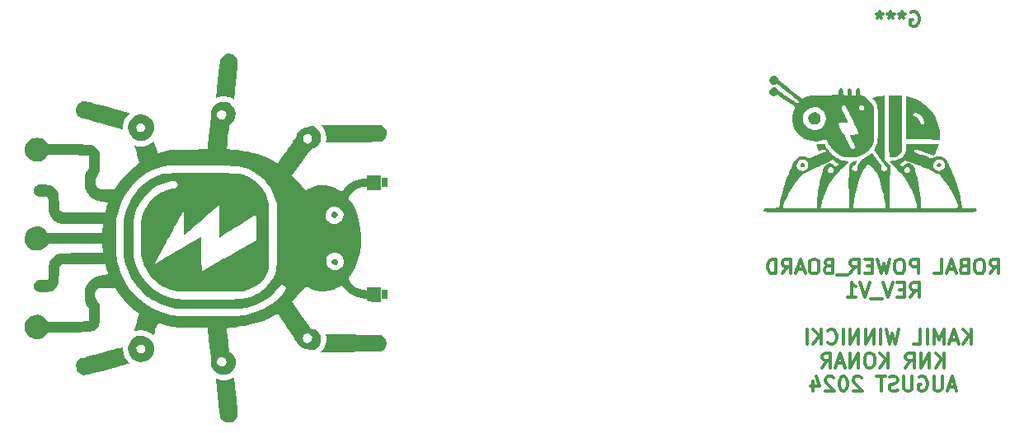
<source format=gbr>
%TF.GenerationSoftware,KiCad,Pcbnew,8.0.1*%
%TF.CreationDate,2024-08-18T09:44:38+02:00*%
%TF.ProjectId,robal_power_board,726f6261-6c5f-4706-9f77-65725f626f61,rev?*%
%TF.SameCoordinates,Original*%
%TF.FileFunction,Legend,Bot*%
%TF.FilePolarity,Positive*%
%FSLAX46Y46*%
G04 Gerber Fmt 4.6, Leading zero omitted, Abs format (unit mm)*
G04 Created by KiCad (PCBNEW 8.0.1) date 2024-08-18 09:44:38*
%MOMM*%
%LPD*%
G01*
G04 APERTURE LIST*
%ADD10C,0.300000*%
%ADD11C,0.000000*%
G04 APERTURE END LIST*
D10*
X187964286Y-91141038D02*
X188464286Y-90426752D01*
X188821429Y-91141038D02*
X188821429Y-89641038D01*
X188821429Y-89641038D02*
X188250000Y-89641038D01*
X188250000Y-89641038D02*
X188107143Y-89712467D01*
X188107143Y-89712467D02*
X188035714Y-89783895D01*
X188035714Y-89783895D02*
X187964286Y-89926752D01*
X187964286Y-89926752D02*
X187964286Y-90141038D01*
X187964286Y-90141038D02*
X188035714Y-90283895D01*
X188035714Y-90283895D02*
X188107143Y-90355324D01*
X188107143Y-90355324D02*
X188250000Y-90426752D01*
X188250000Y-90426752D02*
X188821429Y-90426752D01*
X187035714Y-89641038D02*
X186750000Y-89641038D01*
X186750000Y-89641038D02*
X186607143Y-89712467D01*
X186607143Y-89712467D02*
X186464286Y-89855324D01*
X186464286Y-89855324D02*
X186392857Y-90141038D01*
X186392857Y-90141038D02*
X186392857Y-90641038D01*
X186392857Y-90641038D02*
X186464286Y-90926752D01*
X186464286Y-90926752D02*
X186607143Y-91069610D01*
X186607143Y-91069610D02*
X186750000Y-91141038D01*
X186750000Y-91141038D02*
X187035714Y-91141038D01*
X187035714Y-91141038D02*
X187178572Y-91069610D01*
X187178572Y-91069610D02*
X187321429Y-90926752D01*
X187321429Y-90926752D02*
X187392857Y-90641038D01*
X187392857Y-90641038D02*
X187392857Y-90141038D01*
X187392857Y-90141038D02*
X187321429Y-89855324D01*
X187321429Y-89855324D02*
X187178572Y-89712467D01*
X187178572Y-89712467D02*
X187035714Y-89641038D01*
X185250000Y-90355324D02*
X185035714Y-90426752D01*
X185035714Y-90426752D02*
X184964285Y-90498181D01*
X184964285Y-90498181D02*
X184892857Y-90641038D01*
X184892857Y-90641038D02*
X184892857Y-90855324D01*
X184892857Y-90855324D02*
X184964285Y-90998181D01*
X184964285Y-90998181D02*
X185035714Y-91069610D01*
X185035714Y-91069610D02*
X185178571Y-91141038D01*
X185178571Y-91141038D02*
X185750000Y-91141038D01*
X185750000Y-91141038D02*
X185750000Y-89641038D01*
X185750000Y-89641038D02*
X185250000Y-89641038D01*
X185250000Y-89641038D02*
X185107143Y-89712467D01*
X185107143Y-89712467D02*
X185035714Y-89783895D01*
X185035714Y-89783895D02*
X184964285Y-89926752D01*
X184964285Y-89926752D02*
X184964285Y-90069610D01*
X184964285Y-90069610D02*
X185035714Y-90212467D01*
X185035714Y-90212467D02*
X185107143Y-90283895D01*
X185107143Y-90283895D02*
X185250000Y-90355324D01*
X185250000Y-90355324D02*
X185750000Y-90355324D01*
X184321428Y-90712467D02*
X183607143Y-90712467D01*
X184464285Y-91141038D02*
X183964285Y-89641038D01*
X183964285Y-89641038D02*
X183464285Y-91141038D01*
X182250000Y-91141038D02*
X182964286Y-91141038D01*
X182964286Y-91141038D02*
X182964286Y-89641038D01*
X180607143Y-91141038D02*
X180607143Y-89641038D01*
X180607143Y-89641038D02*
X180035714Y-89641038D01*
X180035714Y-89641038D02*
X179892857Y-89712467D01*
X179892857Y-89712467D02*
X179821428Y-89783895D01*
X179821428Y-89783895D02*
X179750000Y-89926752D01*
X179750000Y-89926752D02*
X179750000Y-90141038D01*
X179750000Y-90141038D02*
X179821428Y-90283895D01*
X179821428Y-90283895D02*
X179892857Y-90355324D01*
X179892857Y-90355324D02*
X180035714Y-90426752D01*
X180035714Y-90426752D02*
X180607143Y-90426752D01*
X178821428Y-89641038D02*
X178535714Y-89641038D01*
X178535714Y-89641038D02*
X178392857Y-89712467D01*
X178392857Y-89712467D02*
X178250000Y-89855324D01*
X178250000Y-89855324D02*
X178178571Y-90141038D01*
X178178571Y-90141038D02*
X178178571Y-90641038D01*
X178178571Y-90641038D02*
X178250000Y-90926752D01*
X178250000Y-90926752D02*
X178392857Y-91069610D01*
X178392857Y-91069610D02*
X178535714Y-91141038D01*
X178535714Y-91141038D02*
X178821428Y-91141038D01*
X178821428Y-91141038D02*
X178964286Y-91069610D01*
X178964286Y-91069610D02*
X179107143Y-90926752D01*
X179107143Y-90926752D02*
X179178571Y-90641038D01*
X179178571Y-90641038D02*
X179178571Y-90141038D01*
X179178571Y-90141038D02*
X179107143Y-89855324D01*
X179107143Y-89855324D02*
X178964286Y-89712467D01*
X178964286Y-89712467D02*
X178821428Y-89641038D01*
X177678571Y-89641038D02*
X177321428Y-91141038D01*
X177321428Y-91141038D02*
X177035714Y-90069610D01*
X177035714Y-90069610D02*
X176749999Y-91141038D01*
X176749999Y-91141038D02*
X176392857Y-89641038D01*
X175821428Y-90355324D02*
X175321428Y-90355324D01*
X175107142Y-91141038D02*
X175821428Y-91141038D01*
X175821428Y-91141038D02*
X175821428Y-89641038D01*
X175821428Y-89641038D02*
X175107142Y-89641038D01*
X173607142Y-91141038D02*
X174107142Y-90426752D01*
X174464285Y-91141038D02*
X174464285Y-89641038D01*
X174464285Y-89641038D02*
X173892856Y-89641038D01*
X173892856Y-89641038D02*
X173749999Y-89712467D01*
X173749999Y-89712467D02*
X173678570Y-89783895D01*
X173678570Y-89783895D02*
X173607142Y-89926752D01*
X173607142Y-89926752D02*
X173607142Y-90141038D01*
X173607142Y-90141038D02*
X173678570Y-90283895D01*
X173678570Y-90283895D02*
X173749999Y-90355324D01*
X173749999Y-90355324D02*
X173892856Y-90426752D01*
X173892856Y-90426752D02*
X174464285Y-90426752D01*
X173321428Y-91283895D02*
X172178570Y-91283895D01*
X171321428Y-90355324D02*
X171107142Y-90426752D01*
X171107142Y-90426752D02*
X171035713Y-90498181D01*
X171035713Y-90498181D02*
X170964285Y-90641038D01*
X170964285Y-90641038D02*
X170964285Y-90855324D01*
X170964285Y-90855324D02*
X171035713Y-90998181D01*
X171035713Y-90998181D02*
X171107142Y-91069610D01*
X171107142Y-91069610D02*
X171249999Y-91141038D01*
X171249999Y-91141038D02*
X171821428Y-91141038D01*
X171821428Y-91141038D02*
X171821428Y-89641038D01*
X171821428Y-89641038D02*
X171321428Y-89641038D01*
X171321428Y-89641038D02*
X171178571Y-89712467D01*
X171178571Y-89712467D02*
X171107142Y-89783895D01*
X171107142Y-89783895D02*
X171035713Y-89926752D01*
X171035713Y-89926752D02*
X171035713Y-90069610D01*
X171035713Y-90069610D02*
X171107142Y-90212467D01*
X171107142Y-90212467D02*
X171178571Y-90283895D01*
X171178571Y-90283895D02*
X171321428Y-90355324D01*
X171321428Y-90355324D02*
X171821428Y-90355324D01*
X170035713Y-89641038D02*
X169749999Y-89641038D01*
X169749999Y-89641038D02*
X169607142Y-89712467D01*
X169607142Y-89712467D02*
X169464285Y-89855324D01*
X169464285Y-89855324D02*
X169392856Y-90141038D01*
X169392856Y-90141038D02*
X169392856Y-90641038D01*
X169392856Y-90641038D02*
X169464285Y-90926752D01*
X169464285Y-90926752D02*
X169607142Y-91069610D01*
X169607142Y-91069610D02*
X169749999Y-91141038D01*
X169749999Y-91141038D02*
X170035713Y-91141038D01*
X170035713Y-91141038D02*
X170178571Y-91069610D01*
X170178571Y-91069610D02*
X170321428Y-90926752D01*
X170321428Y-90926752D02*
X170392856Y-90641038D01*
X170392856Y-90641038D02*
X170392856Y-90141038D01*
X170392856Y-90141038D02*
X170321428Y-89855324D01*
X170321428Y-89855324D02*
X170178571Y-89712467D01*
X170178571Y-89712467D02*
X170035713Y-89641038D01*
X168821427Y-90712467D02*
X168107142Y-90712467D01*
X168964284Y-91141038D02*
X168464284Y-89641038D01*
X168464284Y-89641038D02*
X167964284Y-91141038D01*
X166607142Y-91141038D02*
X167107142Y-90426752D01*
X167464285Y-91141038D02*
X167464285Y-89641038D01*
X167464285Y-89641038D02*
X166892856Y-89641038D01*
X166892856Y-89641038D02*
X166749999Y-89712467D01*
X166749999Y-89712467D02*
X166678570Y-89783895D01*
X166678570Y-89783895D02*
X166607142Y-89926752D01*
X166607142Y-89926752D02*
X166607142Y-90141038D01*
X166607142Y-90141038D02*
X166678570Y-90283895D01*
X166678570Y-90283895D02*
X166749999Y-90355324D01*
X166749999Y-90355324D02*
X166892856Y-90426752D01*
X166892856Y-90426752D02*
X167464285Y-90426752D01*
X165964285Y-91141038D02*
X165964285Y-89641038D01*
X165964285Y-89641038D02*
X165607142Y-89641038D01*
X165607142Y-89641038D02*
X165392856Y-89712467D01*
X165392856Y-89712467D02*
X165249999Y-89855324D01*
X165249999Y-89855324D02*
X165178570Y-89998181D01*
X165178570Y-89998181D02*
X165107142Y-90283895D01*
X165107142Y-90283895D02*
X165107142Y-90498181D01*
X165107142Y-90498181D02*
X165178570Y-90783895D01*
X165178570Y-90783895D02*
X165249999Y-90926752D01*
X165249999Y-90926752D02*
X165392856Y-91069610D01*
X165392856Y-91069610D02*
X165607142Y-91141038D01*
X165607142Y-91141038D02*
X165964285Y-91141038D01*
X179785713Y-93555954D02*
X180285713Y-92841668D01*
X180642856Y-93555954D02*
X180642856Y-92055954D01*
X180642856Y-92055954D02*
X180071427Y-92055954D01*
X180071427Y-92055954D02*
X179928570Y-92127383D01*
X179928570Y-92127383D02*
X179857141Y-92198811D01*
X179857141Y-92198811D02*
X179785713Y-92341668D01*
X179785713Y-92341668D02*
X179785713Y-92555954D01*
X179785713Y-92555954D02*
X179857141Y-92698811D01*
X179857141Y-92698811D02*
X179928570Y-92770240D01*
X179928570Y-92770240D02*
X180071427Y-92841668D01*
X180071427Y-92841668D02*
X180642856Y-92841668D01*
X179142856Y-92770240D02*
X178642856Y-92770240D01*
X178428570Y-93555954D02*
X179142856Y-93555954D01*
X179142856Y-93555954D02*
X179142856Y-92055954D01*
X179142856Y-92055954D02*
X178428570Y-92055954D01*
X177999998Y-92055954D02*
X177499998Y-93555954D01*
X177499998Y-93555954D02*
X176999998Y-92055954D01*
X176857142Y-93698811D02*
X175714284Y-93698811D01*
X175571427Y-92055954D02*
X175071427Y-93555954D01*
X175071427Y-93555954D02*
X174571427Y-92055954D01*
X173285713Y-93555954D02*
X174142856Y-93555954D01*
X173714285Y-93555954D02*
X173714285Y-92055954D01*
X173714285Y-92055954D02*
X173857142Y-92270240D01*
X173857142Y-92270240D02*
X173999999Y-92413097D01*
X173999999Y-92413097D02*
X174142856Y-92484526D01*
X186000001Y-98385786D02*
X186000001Y-96885786D01*
X185142858Y-98385786D02*
X185785715Y-97528643D01*
X185142858Y-96885786D02*
X186000001Y-97742929D01*
X184571429Y-97957215D02*
X183857144Y-97957215D01*
X184714286Y-98385786D02*
X184214286Y-96885786D01*
X184214286Y-96885786D02*
X183714286Y-98385786D01*
X183214287Y-98385786D02*
X183214287Y-96885786D01*
X183214287Y-96885786D02*
X182714287Y-97957215D01*
X182714287Y-97957215D02*
X182214287Y-96885786D01*
X182214287Y-96885786D02*
X182214287Y-98385786D01*
X181500001Y-98385786D02*
X181500001Y-96885786D01*
X180071429Y-98385786D02*
X180785715Y-98385786D01*
X180785715Y-98385786D02*
X180785715Y-96885786D01*
X178571429Y-96885786D02*
X178214286Y-98385786D01*
X178214286Y-98385786D02*
X177928572Y-97314358D01*
X177928572Y-97314358D02*
X177642857Y-98385786D01*
X177642857Y-98385786D02*
X177285715Y-96885786D01*
X176714286Y-98385786D02*
X176714286Y-96885786D01*
X176000000Y-98385786D02*
X176000000Y-96885786D01*
X176000000Y-96885786D02*
X175142857Y-98385786D01*
X175142857Y-98385786D02*
X175142857Y-96885786D01*
X174428571Y-98385786D02*
X174428571Y-96885786D01*
X174428571Y-96885786D02*
X173571428Y-98385786D01*
X173571428Y-98385786D02*
X173571428Y-96885786D01*
X172857142Y-98385786D02*
X172857142Y-96885786D01*
X171285713Y-98242929D02*
X171357141Y-98314358D01*
X171357141Y-98314358D02*
X171571427Y-98385786D01*
X171571427Y-98385786D02*
X171714284Y-98385786D01*
X171714284Y-98385786D02*
X171928570Y-98314358D01*
X171928570Y-98314358D02*
X172071427Y-98171500D01*
X172071427Y-98171500D02*
X172142856Y-98028643D01*
X172142856Y-98028643D02*
X172214284Y-97742929D01*
X172214284Y-97742929D02*
X172214284Y-97528643D01*
X172214284Y-97528643D02*
X172142856Y-97242929D01*
X172142856Y-97242929D02*
X172071427Y-97100072D01*
X172071427Y-97100072D02*
X171928570Y-96957215D01*
X171928570Y-96957215D02*
X171714284Y-96885786D01*
X171714284Y-96885786D02*
X171571427Y-96885786D01*
X171571427Y-96885786D02*
X171357141Y-96957215D01*
X171357141Y-96957215D02*
X171285713Y-97028643D01*
X170642856Y-98385786D02*
X170642856Y-96885786D01*
X169785713Y-98385786D02*
X170428570Y-97528643D01*
X169785713Y-96885786D02*
X170642856Y-97742929D01*
X169142856Y-98385786D02*
X169142856Y-96885786D01*
X183214286Y-100800702D02*
X183214286Y-99300702D01*
X182357143Y-100800702D02*
X183000000Y-99943559D01*
X182357143Y-99300702D02*
X183214286Y-100157845D01*
X181714286Y-100800702D02*
X181714286Y-99300702D01*
X181714286Y-99300702D02*
X180857143Y-100800702D01*
X180857143Y-100800702D02*
X180857143Y-99300702D01*
X179285714Y-100800702D02*
X179785714Y-100086416D01*
X180142857Y-100800702D02*
X180142857Y-99300702D01*
X180142857Y-99300702D02*
X179571428Y-99300702D01*
X179571428Y-99300702D02*
X179428571Y-99372131D01*
X179428571Y-99372131D02*
X179357142Y-99443559D01*
X179357142Y-99443559D02*
X179285714Y-99586416D01*
X179285714Y-99586416D02*
X179285714Y-99800702D01*
X179285714Y-99800702D02*
X179357142Y-99943559D01*
X179357142Y-99943559D02*
X179428571Y-100014988D01*
X179428571Y-100014988D02*
X179571428Y-100086416D01*
X179571428Y-100086416D02*
X180142857Y-100086416D01*
X177500000Y-100800702D02*
X177500000Y-99300702D01*
X176642857Y-100800702D02*
X177285714Y-99943559D01*
X176642857Y-99300702D02*
X177500000Y-100157845D01*
X175714285Y-99300702D02*
X175428571Y-99300702D01*
X175428571Y-99300702D02*
X175285714Y-99372131D01*
X175285714Y-99372131D02*
X175142857Y-99514988D01*
X175142857Y-99514988D02*
X175071428Y-99800702D01*
X175071428Y-99800702D02*
X175071428Y-100300702D01*
X175071428Y-100300702D02*
X175142857Y-100586416D01*
X175142857Y-100586416D02*
X175285714Y-100729274D01*
X175285714Y-100729274D02*
X175428571Y-100800702D01*
X175428571Y-100800702D02*
X175714285Y-100800702D01*
X175714285Y-100800702D02*
X175857143Y-100729274D01*
X175857143Y-100729274D02*
X176000000Y-100586416D01*
X176000000Y-100586416D02*
X176071428Y-100300702D01*
X176071428Y-100300702D02*
X176071428Y-99800702D01*
X176071428Y-99800702D02*
X176000000Y-99514988D01*
X176000000Y-99514988D02*
X175857143Y-99372131D01*
X175857143Y-99372131D02*
X175714285Y-99300702D01*
X174428571Y-100800702D02*
X174428571Y-99300702D01*
X174428571Y-99300702D02*
X173571428Y-100800702D01*
X173571428Y-100800702D02*
X173571428Y-99300702D01*
X172928570Y-100372131D02*
X172214285Y-100372131D01*
X173071427Y-100800702D02*
X172571427Y-99300702D01*
X172571427Y-99300702D02*
X172071427Y-100800702D01*
X170714285Y-100800702D02*
X171214285Y-100086416D01*
X171571428Y-100800702D02*
X171571428Y-99300702D01*
X171571428Y-99300702D02*
X170999999Y-99300702D01*
X170999999Y-99300702D02*
X170857142Y-99372131D01*
X170857142Y-99372131D02*
X170785713Y-99443559D01*
X170785713Y-99443559D02*
X170714285Y-99586416D01*
X170714285Y-99586416D02*
X170714285Y-99800702D01*
X170714285Y-99800702D02*
X170785713Y-99943559D01*
X170785713Y-99943559D02*
X170857142Y-100014988D01*
X170857142Y-100014988D02*
X170999999Y-100086416D01*
X170999999Y-100086416D02*
X171571428Y-100086416D01*
X184392855Y-102787047D02*
X183678570Y-102787047D01*
X184535712Y-103215618D02*
X184035712Y-101715618D01*
X184035712Y-101715618D02*
X183535712Y-103215618D01*
X183035713Y-101715618D02*
X183035713Y-102929904D01*
X183035713Y-102929904D02*
X182964284Y-103072761D01*
X182964284Y-103072761D02*
X182892856Y-103144190D01*
X182892856Y-103144190D02*
X182749998Y-103215618D01*
X182749998Y-103215618D02*
X182464284Y-103215618D01*
X182464284Y-103215618D02*
X182321427Y-103144190D01*
X182321427Y-103144190D02*
X182249998Y-103072761D01*
X182249998Y-103072761D02*
X182178570Y-102929904D01*
X182178570Y-102929904D02*
X182178570Y-101715618D01*
X180678569Y-101787047D02*
X180821427Y-101715618D01*
X180821427Y-101715618D02*
X181035712Y-101715618D01*
X181035712Y-101715618D02*
X181249998Y-101787047D01*
X181249998Y-101787047D02*
X181392855Y-101929904D01*
X181392855Y-101929904D02*
X181464284Y-102072761D01*
X181464284Y-102072761D02*
X181535712Y-102358475D01*
X181535712Y-102358475D02*
X181535712Y-102572761D01*
X181535712Y-102572761D02*
X181464284Y-102858475D01*
X181464284Y-102858475D02*
X181392855Y-103001332D01*
X181392855Y-103001332D02*
X181249998Y-103144190D01*
X181249998Y-103144190D02*
X181035712Y-103215618D01*
X181035712Y-103215618D02*
X180892855Y-103215618D01*
X180892855Y-103215618D02*
X180678569Y-103144190D01*
X180678569Y-103144190D02*
X180607141Y-103072761D01*
X180607141Y-103072761D02*
X180607141Y-102572761D01*
X180607141Y-102572761D02*
X180892855Y-102572761D01*
X179964284Y-101715618D02*
X179964284Y-102929904D01*
X179964284Y-102929904D02*
X179892855Y-103072761D01*
X179892855Y-103072761D02*
X179821427Y-103144190D01*
X179821427Y-103144190D02*
X179678569Y-103215618D01*
X179678569Y-103215618D02*
X179392855Y-103215618D01*
X179392855Y-103215618D02*
X179249998Y-103144190D01*
X179249998Y-103144190D02*
X179178569Y-103072761D01*
X179178569Y-103072761D02*
X179107141Y-102929904D01*
X179107141Y-102929904D02*
X179107141Y-101715618D01*
X178464283Y-103144190D02*
X178249998Y-103215618D01*
X178249998Y-103215618D02*
X177892855Y-103215618D01*
X177892855Y-103215618D02*
X177749998Y-103144190D01*
X177749998Y-103144190D02*
X177678569Y-103072761D01*
X177678569Y-103072761D02*
X177607140Y-102929904D01*
X177607140Y-102929904D02*
X177607140Y-102787047D01*
X177607140Y-102787047D02*
X177678569Y-102644190D01*
X177678569Y-102644190D02*
X177749998Y-102572761D01*
X177749998Y-102572761D02*
X177892855Y-102501332D01*
X177892855Y-102501332D02*
X178178569Y-102429904D01*
X178178569Y-102429904D02*
X178321426Y-102358475D01*
X178321426Y-102358475D02*
X178392855Y-102287047D01*
X178392855Y-102287047D02*
X178464283Y-102144190D01*
X178464283Y-102144190D02*
X178464283Y-102001332D01*
X178464283Y-102001332D02*
X178392855Y-101858475D01*
X178392855Y-101858475D02*
X178321426Y-101787047D01*
X178321426Y-101787047D02*
X178178569Y-101715618D01*
X178178569Y-101715618D02*
X177821426Y-101715618D01*
X177821426Y-101715618D02*
X177607140Y-101787047D01*
X177178569Y-101715618D02*
X176321427Y-101715618D01*
X176749998Y-103215618D02*
X176749998Y-101715618D01*
X174749998Y-101858475D02*
X174678570Y-101787047D01*
X174678570Y-101787047D02*
X174535713Y-101715618D01*
X174535713Y-101715618D02*
X174178570Y-101715618D01*
X174178570Y-101715618D02*
X174035713Y-101787047D01*
X174035713Y-101787047D02*
X173964284Y-101858475D01*
X173964284Y-101858475D02*
X173892855Y-102001332D01*
X173892855Y-102001332D02*
X173892855Y-102144190D01*
X173892855Y-102144190D02*
X173964284Y-102358475D01*
X173964284Y-102358475D02*
X174821427Y-103215618D01*
X174821427Y-103215618D02*
X173892855Y-103215618D01*
X172964284Y-101715618D02*
X172821427Y-101715618D01*
X172821427Y-101715618D02*
X172678570Y-101787047D01*
X172678570Y-101787047D02*
X172607142Y-101858475D01*
X172607142Y-101858475D02*
X172535713Y-102001332D01*
X172535713Y-102001332D02*
X172464284Y-102287047D01*
X172464284Y-102287047D02*
X172464284Y-102644190D01*
X172464284Y-102644190D02*
X172535713Y-102929904D01*
X172535713Y-102929904D02*
X172607142Y-103072761D01*
X172607142Y-103072761D02*
X172678570Y-103144190D01*
X172678570Y-103144190D02*
X172821427Y-103215618D01*
X172821427Y-103215618D02*
X172964284Y-103215618D01*
X172964284Y-103215618D02*
X173107142Y-103144190D01*
X173107142Y-103144190D02*
X173178570Y-103072761D01*
X173178570Y-103072761D02*
X173249999Y-102929904D01*
X173249999Y-102929904D02*
X173321427Y-102644190D01*
X173321427Y-102644190D02*
X173321427Y-102287047D01*
X173321427Y-102287047D02*
X173249999Y-102001332D01*
X173249999Y-102001332D02*
X173178570Y-101858475D01*
X173178570Y-101858475D02*
X173107142Y-101787047D01*
X173107142Y-101787047D02*
X172964284Y-101715618D01*
X171892856Y-101858475D02*
X171821428Y-101787047D01*
X171821428Y-101787047D02*
X171678571Y-101715618D01*
X171678571Y-101715618D02*
X171321428Y-101715618D01*
X171321428Y-101715618D02*
X171178571Y-101787047D01*
X171178571Y-101787047D02*
X171107142Y-101858475D01*
X171107142Y-101858475D02*
X171035713Y-102001332D01*
X171035713Y-102001332D02*
X171035713Y-102144190D01*
X171035713Y-102144190D02*
X171107142Y-102358475D01*
X171107142Y-102358475D02*
X171964285Y-103215618D01*
X171964285Y-103215618D02*
X171035713Y-103215618D01*
X169750000Y-102215618D02*
X169750000Y-103215618D01*
X170107142Y-101644190D02*
X170464285Y-102715618D01*
X170464285Y-102715618D02*
X169535714Y-102715618D01*
X179821427Y-64249757D02*
X179964285Y-64178328D01*
X179964285Y-64178328D02*
X180178570Y-64178328D01*
X180178570Y-64178328D02*
X180392856Y-64249757D01*
X180392856Y-64249757D02*
X180535713Y-64392614D01*
X180535713Y-64392614D02*
X180607142Y-64535471D01*
X180607142Y-64535471D02*
X180678570Y-64821185D01*
X180678570Y-64821185D02*
X180678570Y-65035471D01*
X180678570Y-65035471D02*
X180607142Y-65321185D01*
X180607142Y-65321185D02*
X180535713Y-65464042D01*
X180535713Y-65464042D02*
X180392856Y-65606900D01*
X180392856Y-65606900D02*
X180178570Y-65678328D01*
X180178570Y-65678328D02*
X180035713Y-65678328D01*
X180035713Y-65678328D02*
X179821427Y-65606900D01*
X179821427Y-65606900D02*
X179749999Y-65535471D01*
X179749999Y-65535471D02*
X179749999Y-65035471D01*
X179749999Y-65035471D02*
X180035713Y-65035471D01*
X178892856Y-64178328D02*
X178892856Y-64535471D01*
X179249999Y-64392614D02*
X178892856Y-64535471D01*
X178892856Y-64535471D02*
X178535713Y-64392614D01*
X179107142Y-64821185D02*
X178892856Y-64535471D01*
X178892856Y-64535471D02*
X178678570Y-64821185D01*
X177749999Y-64178328D02*
X177749999Y-64535471D01*
X178107142Y-64392614D02*
X177749999Y-64535471D01*
X177749999Y-64535471D02*
X177392856Y-64392614D01*
X177964285Y-64821185D02*
X177749999Y-64535471D01*
X177749999Y-64535471D02*
X177535713Y-64821185D01*
X176607142Y-64178328D02*
X176607142Y-64535471D01*
X176964285Y-64392614D02*
X176607142Y-64535471D01*
X176607142Y-64535471D02*
X176249999Y-64392614D01*
X176821428Y-64821185D02*
X176607142Y-64535471D01*
X176607142Y-64535471D02*
X176392856Y-64821185D01*
D11*
%TO.C,G\u002A\u002A\u002A*%
G36*
X102176993Y-73295672D02*
G01*
X102148064Y-73324601D01*
X102119134Y-73295672D01*
X102148064Y-73266743D01*
X102176993Y-73295672D01*
G37*
G36*
X103912756Y-75899317D02*
G01*
X103883827Y-75928246D01*
X103854897Y-75899317D01*
X103883827Y-75870387D01*
X103912756Y-75899317D01*
G37*
G36*
X126072665Y-93228018D02*
G01*
X126072665Y-93690888D01*
X125783371Y-93690888D01*
X125494077Y-93690888D01*
X125494077Y-93228018D01*
X125494077Y-92765148D01*
X125783371Y-92765148D01*
X126072665Y-92765148D01*
X126072665Y-93228018D01*
G37*
G36*
X126072665Y-81762339D02*
G01*
X126072500Y-81815584D01*
X126068405Y-82023206D01*
X126059935Y-82174459D01*
X126048586Y-82239673D01*
X126024709Y-82246590D01*
X125912347Y-82251335D01*
X125744827Y-82244849D01*
X125465148Y-82225917D01*
X125484019Y-81767514D01*
X125502889Y-81309112D01*
X125787777Y-81309112D01*
X126072665Y-81309112D01*
X126072665Y-81762339D01*
G37*
G36*
X120881211Y-89713919D02*
G01*
X120989014Y-89837558D01*
X120990498Y-89840858D01*
X121015897Y-90008723D01*
X120952512Y-90146669D01*
X120826264Y-90236145D01*
X120663077Y-90258597D01*
X120488872Y-90195477D01*
X120397926Y-90109858D01*
X120344647Y-89958998D01*
X120351766Y-89896164D01*
X120430040Y-89762053D01*
X120567313Y-89682652D01*
X120729174Y-89664445D01*
X120881211Y-89713919D01*
G37*
G36*
X120739421Y-84751811D02*
G01*
X120865376Y-84838497D01*
X120941825Y-84943977D01*
X120981093Y-85069932D01*
X120952062Y-85175412D01*
X120865376Y-85301367D01*
X120759896Y-85377816D01*
X120633941Y-85417084D01*
X120528460Y-85388053D01*
X120402506Y-85301367D01*
X120326057Y-85195886D01*
X120286788Y-85069932D01*
X120315820Y-84964451D01*
X120402506Y-84838497D01*
X120507986Y-84762048D01*
X120633941Y-84722779D01*
X120739421Y-84751811D01*
G37*
G36*
X122590140Y-97406713D02*
G01*
X123114040Y-97409755D01*
X123675523Y-97413460D01*
X124139416Y-97417463D01*
X124515809Y-97422220D01*
X124814789Y-97428186D01*
X125046445Y-97435816D01*
X125220867Y-97445567D01*
X125348143Y-97457893D01*
X125438362Y-97473252D01*
X125501613Y-97492097D01*
X125547985Y-97514885D01*
X125587566Y-97542072D01*
X125640974Y-97583339D01*
X125837767Y-97781534D01*
X125942568Y-98000148D01*
X125973479Y-98273490D01*
X125973478Y-98275021D01*
X125931701Y-98611749D01*
X125804908Y-98873265D01*
X125589904Y-99066168D01*
X125570820Y-99077782D01*
X125524567Y-99102569D01*
X125469792Y-99123310D01*
X125396749Y-99140365D01*
X125295693Y-99154095D01*
X125156880Y-99164861D01*
X124970564Y-99173021D01*
X124727001Y-99178938D01*
X124416445Y-99182971D01*
X124029151Y-99185481D01*
X123555375Y-99186827D01*
X122985371Y-99187370D01*
X122309395Y-99187472D01*
X119225159Y-99187472D01*
X119341603Y-99057289D01*
X119537492Y-98787443D01*
X119706694Y-98418024D01*
X119795540Y-98029811D01*
X119792580Y-97658322D01*
X119752440Y-97390647D01*
X122590140Y-97406713D01*
G37*
G36*
X101158770Y-74809197D02*
G01*
X101459471Y-74960693D01*
X101724702Y-75177045D01*
X101821474Y-75286397D01*
X102023590Y-75619553D01*
X102118051Y-75974189D01*
X102104619Y-76334949D01*
X101983056Y-76686480D01*
X101753125Y-77013425D01*
X101463321Y-77269525D01*
X101132148Y-77433845D01*
X100772060Y-77489162D01*
X100721583Y-77481969D01*
X100410877Y-77437692D01*
X100076456Y-77286687D01*
X99793255Y-77051596D01*
X99579856Y-76747909D01*
X99454841Y-76391116D01*
X99437903Y-76130687D01*
X100292280Y-76130687D01*
X100323727Y-76315010D01*
X100375192Y-76402110D01*
X100529202Y-76521385D01*
X100721583Y-76566031D01*
X100915341Y-76531249D01*
X101073477Y-76412243D01*
X101174819Y-76220104D01*
X101188090Y-76016378D01*
X101112225Y-75840551D01*
X100958316Y-75717101D01*
X100737452Y-75670511D01*
X100699288Y-75671523D01*
X100527901Y-75700115D01*
X100414344Y-75756760D01*
X100403381Y-75768510D01*
X100322076Y-75928533D01*
X100292280Y-76130687D01*
X99437903Y-76130687D01*
X99433559Y-76063898D01*
X99507325Y-75704200D01*
X99673273Y-75374478D01*
X99918920Y-75092686D01*
X100231782Y-74876783D01*
X100599378Y-74744724D01*
X100854417Y-74734781D01*
X101158770Y-74809197D01*
G37*
G36*
X98894618Y-99015745D02*
G01*
X98940680Y-99296131D01*
X99101613Y-99723309D01*
X99364324Y-100098377D01*
X99446258Y-100191487D01*
X99537758Y-100303673D01*
X99573349Y-100359786D01*
X99565227Y-100367396D01*
X99476847Y-100402729D01*
X99311835Y-100453997D01*
X99096014Y-100512916D01*
X99062998Y-100521439D01*
X98787569Y-100593101D01*
X98515216Y-100664778D01*
X98300456Y-100722132D01*
X97979027Y-100809021D01*
X97314866Y-100987661D01*
X96750723Y-101137874D01*
X96278650Y-101261636D01*
X95890702Y-101360925D01*
X95578931Y-101437718D01*
X95335390Y-101493991D01*
X95152133Y-101531722D01*
X95021212Y-101552888D01*
X94934680Y-101559465D01*
X94641069Y-101508974D01*
X94386678Y-101357268D01*
X94197683Y-101113733D01*
X94117491Y-100913848D01*
X94076104Y-100619118D01*
X94115893Y-100337521D01*
X94231790Y-100096370D01*
X94418723Y-99922978D01*
X94447873Y-99909553D01*
X94586496Y-99861046D01*
X94815401Y-99789953D01*
X95119629Y-99700619D01*
X95484224Y-99597386D01*
X95894229Y-99484599D01*
X96334685Y-99366600D01*
X96500610Y-99322707D01*
X96950090Y-99203562D01*
X97375154Y-99090554D01*
X97758308Y-98988354D01*
X98082055Y-98901637D01*
X98328899Y-98835073D01*
X98481345Y-98793335D01*
X98864740Y-98686248D01*
X98894618Y-99015745D01*
G37*
G36*
X101049581Y-97550496D02*
G01*
X101380661Y-97673666D01*
X101676012Y-97881803D01*
X101915099Y-98171935D01*
X101991064Y-98303109D01*
X102054281Y-98457544D01*
X102083259Y-98630053D01*
X102090205Y-98869248D01*
X102086694Y-99054567D01*
X102064626Y-99239754D01*
X102011497Y-99394214D01*
X101915099Y-99566561D01*
X101694996Y-99834185D01*
X101396830Y-100049239D01*
X101057120Y-100183712D01*
X100752557Y-100221380D01*
X100701400Y-100227707D01*
X100355206Y-100171323D01*
X100333397Y-100163829D01*
X100035642Y-100002369D01*
X99773155Y-99756731D01*
X99571150Y-99456088D01*
X99454841Y-99129613D01*
X99431727Y-98928413D01*
X99445211Y-98805526D01*
X100279741Y-98805526D01*
X100300638Y-98999201D01*
X100436779Y-99191922D01*
X100444334Y-99199428D01*
X100604964Y-99325163D01*
X100752557Y-99354136D01*
X100922369Y-99293738D01*
X101002776Y-99244335D01*
X101144931Y-99083237D01*
X101191554Y-98864869D01*
X101175462Y-98747204D01*
X101079080Y-98582131D01*
X100921841Y-98473221D01*
X100734005Y-98430903D01*
X100545829Y-98465605D01*
X100387571Y-98587757D01*
X100373684Y-98605941D01*
X100279741Y-98805526D01*
X99445211Y-98805526D01*
X99472987Y-98552387D01*
X99618386Y-98194024D01*
X99861026Y-97874637D01*
X100047322Y-97720513D01*
X100362376Y-97570947D01*
X100703307Y-97515266D01*
X101049581Y-97550496D01*
G37*
G36*
X110169488Y-68594753D02*
G01*
X110404339Y-68749507D01*
X110580890Y-68986347D01*
X110583088Y-68990740D01*
X110627213Y-69092752D01*
X110656923Y-69204204D01*
X110672376Y-69342680D01*
X110673733Y-69525760D01*
X110661154Y-69771028D01*
X110634799Y-70096064D01*
X110594827Y-70518451D01*
X110590456Y-70563123D01*
X110553597Y-70943482D01*
X110515363Y-71343503D01*
X110480024Y-71718247D01*
X110451851Y-72022779D01*
X110433556Y-72219123D01*
X110405310Y-72507653D01*
X110379292Y-72757933D01*
X110359421Y-72931449D01*
X110324938Y-73203673D01*
X110117432Y-73092456D01*
X109794502Y-72957310D01*
X109375207Y-72882961D01*
X108960934Y-72917760D01*
X108814784Y-72951649D01*
X108645548Y-72994221D01*
X108547237Y-73023278D01*
X108528133Y-73028753D01*
X108506069Y-73021890D01*
X108492540Y-72985991D01*
X108488164Y-72908775D01*
X108493559Y-72777961D01*
X108509344Y-72581270D01*
X108536134Y-72306420D01*
X108574549Y-71941130D01*
X108625206Y-71473121D01*
X108666323Y-71095009D01*
X108712637Y-70668446D01*
X108757773Y-70252156D01*
X108796048Y-69898520D01*
X108812459Y-69754506D01*
X108864642Y-69392751D01*
X108922050Y-69135134D01*
X108986468Y-68972976D01*
X109116268Y-68800525D01*
X109349726Y-68624970D01*
X109618722Y-68532288D01*
X109899796Y-68522281D01*
X110169488Y-68594753D01*
G37*
G36*
X121557505Y-75822551D02*
G01*
X122336578Y-75825524D01*
X122588724Y-75826833D01*
X123227023Y-75830359D01*
X123762630Y-75833938D01*
X124205169Y-75837971D01*
X124564260Y-75842859D01*
X124849527Y-75849001D01*
X125070591Y-75856799D01*
X125237075Y-75866651D01*
X125358600Y-75878960D01*
X125444789Y-75894123D01*
X125505263Y-75912543D01*
X125549646Y-75934618D01*
X125587559Y-75960750D01*
X125629897Y-75993238D01*
X125836596Y-76197849D01*
X125948264Y-76422394D01*
X125981744Y-76698389D01*
X125970547Y-76856624D01*
X125885884Y-77145800D01*
X125729758Y-77377144D01*
X125516044Y-77526000D01*
X125500623Y-77531792D01*
X125424231Y-77550060D01*
X125306289Y-77565244D01*
X125137526Y-77577594D01*
X124908671Y-77587359D01*
X124610454Y-77594789D01*
X124233606Y-77600134D01*
X123768856Y-77603643D01*
X123206934Y-77605565D01*
X122538569Y-77606150D01*
X119752920Y-77606150D01*
X119792820Y-77340077D01*
X119798004Y-77298442D01*
X119800319Y-77038840D01*
X119763785Y-76775954D01*
X119739183Y-76687746D01*
X119663803Y-76490466D01*
X119566193Y-76287323D01*
X119462071Y-76106871D01*
X119367154Y-75977661D01*
X119297158Y-75928246D01*
X119284115Y-75926331D01*
X119245330Y-75868918D01*
X119257336Y-75861670D01*
X119362971Y-75848301D01*
X119578383Y-75837690D01*
X119904558Y-75829823D01*
X120342480Y-75824687D01*
X120893134Y-75822268D01*
X121557505Y-75822551D01*
G37*
G36*
X110327636Y-101837437D02*
G01*
X110345714Y-101951759D01*
X110369105Y-102140466D01*
X110394375Y-102377208D01*
X110431377Y-102749712D01*
X110495848Y-103403682D01*
X110549272Y-103956735D01*
X110592142Y-104418298D01*
X110624953Y-104797797D01*
X110648196Y-105104658D01*
X110662366Y-105348310D01*
X110667954Y-105538177D01*
X110665455Y-105683688D01*
X110655361Y-105794268D01*
X110638165Y-105879345D01*
X110614362Y-105948344D01*
X110584442Y-106010693D01*
X110425617Y-106231020D01*
X110188417Y-106390181D01*
X109877190Y-106464123D01*
X109862358Y-106465485D01*
X109549742Y-106454772D01*
X109293107Y-106354324D01*
X109064774Y-106153561D01*
X109044691Y-106130734D01*
X108991940Y-106068092D01*
X108949597Y-106004611D01*
X108914880Y-105926007D01*
X108885007Y-105817995D01*
X108857196Y-105666293D01*
X108828666Y-105456616D01*
X108796633Y-105174681D01*
X108758316Y-104806204D01*
X108710932Y-104336902D01*
X108705725Y-104285368D01*
X108663217Y-103874176D01*
X108619550Y-103466442D01*
X108577812Y-103090095D01*
X108541095Y-102773065D01*
X108512488Y-102543280D01*
X108493798Y-102403012D01*
X108464351Y-102183177D01*
X108442704Y-102023087D01*
X108432561Y-101950228D01*
X108431133Y-101924368D01*
X108454743Y-101911630D01*
X108532470Y-101934904D01*
X108690368Y-101999132D01*
X108827023Y-102040329D01*
X109056192Y-102079800D01*
X109296708Y-102097370D01*
X109557839Y-102088645D01*
X109769611Y-102043914D01*
X109992053Y-101949939D01*
X110133647Y-101882964D01*
X110263640Y-101829060D01*
X110321202Y-101815811D01*
X110327636Y-101837437D01*
G37*
G36*
X94939795Y-73384191D02*
G01*
X95075621Y-73408634D01*
X95302126Y-73458993D01*
X95603738Y-73531462D01*
X95964889Y-73622237D01*
X96370008Y-73727512D01*
X96803526Y-73843482D01*
X97180215Y-73945683D01*
X97747507Y-74099705D01*
X98217500Y-74227546D01*
X98599312Y-74331772D01*
X98902059Y-74414952D01*
X99134860Y-74479654D01*
X99306831Y-74528447D01*
X99427090Y-74563897D01*
X99504754Y-74588573D01*
X99548940Y-74605044D01*
X99568766Y-74615876D01*
X99573349Y-74623638D01*
X99561463Y-74642542D01*
X99491959Y-74726499D01*
X99380978Y-74850828D01*
X99191670Y-75093912D01*
X98990217Y-75497801D01*
X98894133Y-75931739D01*
X98888651Y-75989700D01*
X98861435Y-76167889D01*
X98811287Y-76253444D01*
X98716405Y-76264961D01*
X98554989Y-76221037D01*
X98536604Y-76215280D01*
X98404507Y-76176433D01*
X98185515Y-76113882D01*
X97899025Y-76033104D01*
X97564434Y-75939574D01*
X97201139Y-75838770D01*
X97068446Y-75802087D01*
X96467624Y-75635854D01*
X95966479Y-75496551D01*
X95555137Y-75380891D01*
X95223723Y-75285590D01*
X94962362Y-75207360D01*
X94761179Y-75142916D01*
X94610298Y-75088974D01*
X94499845Y-75042246D01*
X94419945Y-74999447D01*
X94360721Y-74957292D01*
X94312300Y-74912495D01*
X94264806Y-74861769D01*
X94229590Y-74822625D01*
X94131397Y-74687751D01*
X94087101Y-74547263D01*
X94076765Y-74346536D01*
X94078150Y-74273018D01*
X94113974Y-74035289D01*
X94208324Y-73840799D01*
X94260176Y-73770206D01*
X94464399Y-73569355D01*
X94694672Y-73432825D01*
X94917208Y-73382460D01*
X94939795Y-73384191D01*
G37*
G36*
X109285116Y-73469270D02*
G01*
X109504894Y-73475593D01*
X109659093Y-73502461D01*
X109793840Y-73563355D01*
X109955265Y-73671754D01*
X110003963Y-73708319D01*
X110269368Y-73984697D01*
X110436165Y-74312510D01*
X110498670Y-74675864D01*
X110451201Y-75058866D01*
X110428179Y-75126244D01*
X110325585Y-75318992D01*
X110182862Y-75512763D01*
X110028584Y-75671764D01*
X109891325Y-75760200D01*
X109890127Y-75760715D01*
X109857995Y-75830287D01*
X109819801Y-76000110D01*
X109777530Y-76255623D01*
X109733167Y-76582263D01*
X109688697Y-76965468D01*
X109646105Y-77390674D01*
X109607376Y-77843319D01*
X109568419Y-78340853D01*
X110284437Y-78375935D01*
X110614134Y-78398782D01*
X111078684Y-78456431D01*
X111463326Y-78537307D01*
X111478513Y-78541438D01*
X111755744Y-78613217D01*
X112040472Y-78681509D01*
X112273349Y-78732046D01*
X112429970Y-78765837D01*
X112629219Y-78816860D01*
X112765148Y-78861326D01*
X112920452Y-78915514D01*
X113103870Y-78964382D01*
X113160389Y-78977960D01*
X113456611Y-79079873D01*
X113828367Y-79251178D01*
X114281934Y-79494699D01*
X114371415Y-79544612D01*
X114565577Y-79648189D01*
X114712591Y-79720036D01*
X114786020Y-79746925D01*
X114806708Y-79730801D01*
X114887198Y-79634583D01*
X115016266Y-79463293D01*
X115184141Y-79230347D01*
X115381054Y-78949159D01*
X115597233Y-78633144D01*
X115705865Y-78472985D01*
X115926374Y-78150353D01*
X116129273Y-77856626D01*
X116302849Y-77608603D01*
X116435387Y-77423080D01*
X116466241Y-77382003D01*
X117403034Y-77382003D01*
X117432574Y-77535044D01*
X117475039Y-77590037D01*
X117602038Y-77678497D01*
X117761055Y-77750188D01*
X117903257Y-77779727D01*
X118013359Y-77754679D01*
X118163957Y-77644054D01*
X118275799Y-77476564D01*
X118319590Y-77286886D01*
X118294699Y-77064260D01*
X118204209Y-76904473D01*
X118032507Y-76797043D01*
X117975839Y-76778275D01*
X117770461Y-76770895D01*
X117580128Y-76840596D01*
X117449497Y-76973835D01*
X117431097Y-77020235D01*
X117403182Y-77189163D01*
X117403034Y-77382003D01*
X116466241Y-77382003D01*
X116515174Y-77316856D01*
X116547002Y-77275727D01*
X116664803Y-77093147D01*
X116745307Y-76923751D01*
X116759772Y-76883446D01*
X116876141Y-76647513D01*
X117040792Y-76455349D01*
X117270558Y-76294754D01*
X117582268Y-76153526D01*
X117992755Y-76019464D01*
X118037884Y-76006460D01*
X118212612Y-75961321D01*
X118333028Y-75952534D01*
X118446372Y-75982873D01*
X118599887Y-76055111D01*
X118828474Y-76208096D01*
X119042440Y-76439494D01*
X119060587Y-76465898D01*
X119143983Y-76603256D01*
X119190982Y-76733890D01*
X119211738Y-76898563D01*
X119216401Y-77138039D01*
X119212433Y-77353202D01*
X119192729Y-77532296D01*
X119148676Y-77668009D01*
X119071754Y-77799289D01*
X118956098Y-77931740D01*
X118756388Y-78085975D01*
X118538247Y-78199056D01*
X118344717Y-78244620D01*
X118344143Y-78244637D01*
X118283733Y-78280478D01*
X118180334Y-78388047D01*
X118029975Y-78572430D01*
X117903257Y-78740064D01*
X117828684Y-78838716D01*
X117572490Y-79191992D01*
X117257420Y-79637344D01*
X116282038Y-81028046D01*
X116739353Y-81501267D01*
X116920043Y-81692895D01*
X117119485Y-81912843D01*
X117310608Y-82130858D01*
X117475684Y-82326340D01*
X117596984Y-82478687D01*
X117656778Y-82567299D01*
X117660381Y-82567560D01*
X117731571Y-82539456D01*
X117874454Y-82472770D01*
X118063806Y-82379162D01*
X118301743Y-82270739D01*
X118588452Y-82160588D01*
X118840319Y-82082942D01*
X119138236Y-82029907D01*
X119648924Y-82021055D01*
X120168614Y-82102031D01*
X120666172Y-82266976D01*
X121110467Y-82510035D01*
X121408586Y-82715105D01*
X121498092Y-82576232D01*
X121575100Y-82473090D01*
X121707901Y-82314697D01*
X121862307Y-82143135D01*
X122191868Y-81849568D01*
X122639357Y-81587493D01*
X123133449Y-81424396D01*
X123657061Y-81367657D01*
X123687624Y-81367586D01*
X123861594Y-81363521D01*
X123951365Y-81342863D01*
X123984797Y-81291018D01*
X123989749Y-81193394D01*
X123989749Y-81019818D01*
X124684055Y-81019818D01*
X125378360Y-81019818D01*
X125378360Y-81771982D01*
X125378360Y-82524146D01*
X124684055Y-82524146D01*
X123989749Y-82524146D01*
X123989749Y-82345140D01*
X123989749Y-82166134D01*
X123685991Y-82205109D01*
X123456943Y-82240415D01*
X123078087Y-82339369D01*
X122773273Y-82489344D01*
X122517418Y-82704561D01*
X122285440Y-82999243D01*
X122206327Y-83118181D01*
X122119662Y-83265143D01*
X122091341Y-83363767D01*
X122116054Y-83443289D01*
X122188488Y-83532945D01*
X122325806Y-83713187D01*
X122491718Y-83980512D01*
X122662285Y-84295808D01*
X122820494Y-84627521D01*
X122949333Y-84944097D01*
X123151387Y-85592443D01*
X123321307Y-86433496D01*
X123395949Y-87282818D01*
X123376580Y-88126441D01*
X123264470Y-88950398D01*
X123060886Y-89740725D01*
X122767098Y-90483454D01*
X122384373Y-91164618D01*
X122072234Y-91636902D01*
X122177575Y-91838819D01*
X122195440Y-91872348D01*
X122458332Y-92247923D01*
X122785288Y-92534224D01*
X123165727Y-92723972D01*
X123589067Y-92809887D01*
X123989749Y-92838555D01*
X123989749Y-92686134D01*
X123989749Y-92533713D01*
X124684055Y-92533713D01*
X125378360Y-92533713D01*
X125378360Y-93287713D01*
X125378360Y-94041713D01*
X124698519Y-94025412D01*
X124018679Y-94009112D01*
X124000371Y-93850000D01*
X123995166Y-93811143D01*
X123965018Y-93731058D01*
X123887441Y-93697611D01*
X123728390Y-93690888D01*
X123445308Y-93674922D01*
X122928573Y-93561199D01*
X122448432Y-93345368D01*
X122021593Y-93035925D01*
X121664767Y-92641370D01*
X121649164Y-92619990D01*
X121529321Y-92459112D01*
X121440369Y-92345394D01*
X121400575Y-92302278D01*
X121361503Y-92323784D01*
X121250583Y-92395388D01*
X121096124Y-92499831D01*
X121012514Y-92555115D01*
X120814904Y-92654256D01*
X120553248Y-92785529D01*
X120046055Y-92920777D01*
X119476765Y-92964928D01*
X119168808Y-92955095D01*
X118762808Y-92897415D01*
X118383221Y-92777049D01*
X117981054Y-92581437D01*
X117836233Y-92504282D01*
X117711881Y-92444581D01*
X117659527Y-92428665D01*
X117517505Y-92623288D01*
X117307410Y-92878689D01*
X117051254Y-93168218D01*
X116768502Y-93469149D01*
X116282925Y-93970644D01*
X117122186Y-95214287D01*
X117292089Y-95466167D01*
X117549727Y-95847871D01*
X117754509Y-96149165D01*
X117914381Y-96379776D01*
X118037286Y-96549432D01*
X118131169Y-96667864D01*
X118203974Y-96744798D01*
X118263646Y-96789964D01*
X118318128Y-96813091D01*
X118375364Y-96823906D01*
X118443300Y-96832139D01*
X118681041Y-96899962D01*
X118913216Y-97058318D01*
X119085031Y-97282105D01*
X119193975Y-97551704D01*
X119237541Y-97847497D01*
X119213217Y-98149864D01*
X119118496Y-98439186D01*
X118950867Y-98695844D01*
X118707821Y-98900220D01*
X118528482Y-98979990D01*
X118313309Y-99007614D01*
X118045923Y-98978123D01*
X117853165Y-98929432D01*
X117702230Y-98891305D01*
X117615909Y-98864194D01*
X117233847Y-98694249D01*
X116944801Y-98466770D01*
X116738729Y-98174287D01*
X116732311Y-98162292D01*
X116664217Y-98048147D01*
X116545609Y-97859004D01*
X116489914Y-97771877D01*
X117393850Y-97771877D01*
X117400190Y-97876406D01*
X117473277Y-98088605D01*
X117625409Y-98217645D01*
X117853165Y-98259891D01*
X118006146Y-98243280D01*
X118192983Y-98148719D01*
X118311497Y-97964794D01*
X118324901Y-97925411D01*
X118342471Y-97704970D01*
X118271426Y-97515565D01*
X118134026Y-97373683D01*
X117952531Y-97295812D01*
X117749202Y-97298438D01*
X117546299Y-97398049D01*
X117470495Y-97468452D01*
X117409578Y-97588881D01*
X117393850Y-97771877D01*
X116489914Y-97771877D01*
X116386772Y-97610526D01*
X116197990Y-97318379D01*
X115989551Y-96998225D01*
X115771738Y-96665730D01*
X115554837Y-96336556D01*
X115349135Y-96026369D01*
X115164916Y-95750832D01*
X115012466Y-95525609D01*
X114902071Y-95366365D01*
X114844015Y-95288764D01*
X114843825Y-95288560D01*
X114778043Y-95293161D01*
X114645808Y-95341776D01*
X114479300Y-95418506D01*
X114310694Y-95507453D01*
X114172168Y-95592718D01*
X114095900Y-95658402D01*
X114034378Y-95705063D01*
X113872513Y-95782538D01*
X113633445Y-95876460D01*
X113336463Y-95980428D01*
X113000854Y-96088043D01*
X112645903Y-96192906D01*
X112290898Y-96288615D01*
X111955125Y-96368771D01*
X111893922Y-96382185D01*
X111416061Y-96483840D01*
X111024224Y-96560309D01*
X110695216Y-96615529D01*
X110405840Y-96653436D01*
X110132899Y-96677964D01*
X110024178Y-96685978D01*
X109801227Y-96707467D01*
X109666655Y-96732532D01*
X109600528Y-96766064D01*
X109582916Y-96812955D01*
X109582938Y-96815106D01*
X109589288Y-96907238D01*
X109605645Y-97093669D01*
X109630173Y-97354805D01*
X109661033Y-97671054D01*
X109696389Y-98022822D01*
X109732656Y-98371729D01*
X109766730Y-98671820D01*
X109796692Y-98888026D01*
X109825887Y-99036987D01*
X109857656Y-99135341D01*
X109895342Y-99199725D01*
X109942289Y-99246778D01*
X110046091Y-99324188D01*
X110115670Y-99359123D01*
X110144772Y-99381957D01*
X110220145Y-99480951D01*
X110315046Y-99631371D01*
X110325929Y-99650129D01*
X110417208Y-99839680D01*
X110462693Y-100031773D01*
X110476218Y-100282282D01*
X110473334Y-100402831D01*
X110407921Y-100753877D01*
X110251659Y-101041387D01*
X109997987Y-101279038D01*
X109947902Y-101313350D01*
X109599291Y-101480461D01*
X109241705Y-101536120D01*
X109018233Y-101501929D01*
X108887707Y-101481958D01*
X108549862Y-101319609D01*
X108240736Y-101050705D01*
X108118014Y-100899174D01*
X107980391Y-100641040D01*
X107918708Y-100348134D01*
X107920268Y-100218231D01*
X108545125Y-100218231D01*
X108558486Y-100283425D01*
X108646787Y-100458587D01*
X108781612Y-100598821D01*
X108822060Y-100624617D01*
X109018233Y-100685693D01*
X109202852Y-100655773D01*
X109359644Y-100555113D01*
X109472332Y-100403971D01*
X109524644Y-100222603D01*
X109500305Y-100031266D01*
X109383040Y-99850217D01*
X109313211Y-99791300D01*
X109112233Y-99709130D01*
X108906770Y-99724258D01*
X108726622Y-99830192D01*
X108601591Y-100020441D01*
X108561160Y-100140439D01*
X108545125Y-100218231D01*
X107920268Y-100218231D01*
X107923043Y-99987235D01*
X107932841Y-99778749D01*
X107927455Y-99571757D01*
X107906597Y-99432547D01*
X107899354Y-99402615D01*
X107875263Y-99257549D01*
X107843574Y-99024351D01*
X107806665Y-98722114D01*
X107766912Y-98369933D01*
X107726691Y-97986902D01*
X107596463Y-96699544D01*
X106387527Y-96699544D01*
X106017822Y-96699544D01*
X105685902Y-96698998D01*
X105201613Y-96694550D01*
X104799601Y-96683582D01*
X104458834Y-96663678D01*
X104158279Y-96632420D01*
X103876903Y-96587390D01*
X103593675Y-96526172D01*
X103287560Y-96446347D01*
X102937527Y-96345499D01*
X102751550Y-96292329D01*
X102597770Y-96252071D01*
X102520568Y-96236674D01*
X102511707Y-96241615D01*
X102465059Y-96321164D01*
X102400418Y-96477704D01*
X102328962Y-96685080D01*
X102315927Y-96726000D01*
X102240000Y-96959555D01*
X102171624Y-97162772D01*
X102124236Y-97295581D01*
X102061871Y-97457677D01*
X101815673Y-97288307D01*
X101600932Y-97161939D01*
X101248614Y-97021497D01*
X100883050Y-96941440D01*
X100536818Y-96928000D01*
X100242491Y-96987406D01*
X100139922Y-97014597D01*
X100094077Y-97001506D01*
X100096482Y-96987086D01*
X100122817Y-96881533D01*
X100173598Y-96694034D01*
X100243079Y-96445555D01*
X100325513Y-96157064D01*
X100357769Y-96044625D01*
X100436211Y-95765311D01*
X100499420Y-95531759D01*
X100541599Y-95365721D01*
X100556948Y-95288952D01*
X100549839Y-95271148D01*
X100475463Y-95187001D01*
X100337379Y-95062642D01*
X100157036Y-94917970D01*
X100101695Y-94874972D01*
X99752495Y-94574520D01*
X99379404Y-94211940D01*
X99012340Y-93818999D01*
X98681218Y-93427466D01*
X98415955Y-93069110D01*
X98097950Y-92595484D01*
X97286336Y-92593528D01*
X97113786Y-92593687D01*
X96789621Y-92600749D01*
X96554178Y-92622124D01*
X96388706Y-92663942D01*
X96274459Y-92732334D01*
X96192686Y-92833429D01*
X96124640Y-92973357D01*
X96112742Y-93002618D01*
X96050386Y-93228570D01*
X96057909Y-93442744D01*
X96140745Y-93674807D01*
X96304328Y-93954426D01*
X96564692Y-94350838D01*
X96564692Y-95267132D01*
X96563003Y-95559337D01*
X96551950Y-95893782D01*
X96525563Y-96148989D01*
X96478101Y-96346353D01*
X96403821Y-96507268D01*
X96296982Y-96653127D01*
X96151840Y-96805324D01*
X96100342Y-96854148D01*
X96004962Y-96932545D01*
X95899733Y-96996454D01*
X95772891Y-97047345D01*
X95612675Y-97086685D01*
X95407322Y-97115944D01*
X95145070Y-97136589D01*
X94814157Y-97150091D01*
X94402820Y-97157916D01*
X93899296Y-97161535D01*
X93291825Y-97162415D01*
X91197136Y-97162415D01*
X91093576Y-97321526D01*
X91093407Y-97321785D01*
X90862388Y-97576193D01*
X90565255Y-97752918D01*
X90227453Y-97845020D01*
X89874428Y-97845558D01*
X89531623Y-97747591D01*
X89496832Y-97730718D01*
X89275779Y-97578946D01*
X89072659Y-97373243D01*
X88916583Y-97147606D01*
X88836664Y-96936029D01*
X88832731Y-96912561D01*
X88806368Y-96763216D01*
X88788091Y-96672108D01*
X88786826Y-96665076D01*
X88790197Y-96563141D01*
X88811995Y-96411744D01*
X88848157Y-96263948D01*
X88997839Y-95942750D01*
X89218746Y-95687875D01*
X89492524Y-95504215D01*
X89800820Y-95396660D01*
X90125281Y-95370104D01*
X90447555Y-95429436D01*
X90749287Y-95579550D01*
X91012124Y-95825338D01*
X91203194Y-96063098D01*
X93299165Y-96063098D01*
X93391109Y-96063089D01*
X93927252Y-96062482D01*
X94360355Y-96060587D01*
X94701410Y-96056930D01*
X94961408Y-96051041D01*
X95151342Y-96042446D01*
X95282202Y-96030675D01*
X95364980Y-96015254D01*
X95410668Y-95995712D01*
X95430256Y-95971578D01*
X95440227Y-95921117D01*
X95453191Y-95767052D01*
X95462078Y-95545986D01*
X95465376Y-95287358D01*
X95465357Y-95247113D01*
X95462828Y-94989221D01*
X95452471Y-94817721D01*
X95429212Y-94706610D01*
X95387971Y-94629883D01*
X95323674Y-94561537D01*
X95187843Y-94386617D01*
X95082958Y-94121356D01*
X95022154Y-93769184D01*
X95002551Y-93318964D01*
X95003995Y-93118561D01*
X95014476Y-92892993D01*
X95040774Y-92720965D01*
X95089457Y-92565361D01*
X95167092Y-92389066D01*
X95316304Y-92128527D01*
X95616852Y-91786322D01*
X95992249Y-91525002D01*
X96431888Y-91351307D01*
X96925165Y-91271976D01*
X97152134Y-91252386D01*
X97318034Y-91219811D01*
X97374715Y-91177821D01*
X97373280Y-91163141D01*
X97349145Y-91052260D01*
X97301393Y-90870897D01*
X97238054Y-90650062D01*
X97101392Y-90190433D01*
X94863896Y-90175287D01*
X92626399Y-90160141D01*
X92483701Y-90302839D01*
X92430886Y-90359834D01*
X92388694Y-90428141D01*
X92362298Y-90521582D01*
X92348009Y-90662801D01*
X92342139Y-90874444D01*
X92341002Y-91179154D01*
X92335191Y-91568987D01*
X92312819Y-91881707D01*
X92267531Y-92124179D01*
X92192980Y-92319300D01*
X92082816Y-92489970D01*
X91930691Y-92659087D01*
X91766753Y-92807756D01*
X91575618Y-92929521D01*
X91356867Y-93004848D01*
X91081610Y-93043166D01*
X90720957Y-93053903D01*
X90545937Y-93051752D01*
X90326054Y-93035977D01*
X90168352Y-93000092D01*
X90039674Y-92938481D01*
X89904706Y-92828412D01*
X89780118Y-92621081D01*
X89747765Y-92385691D01*
X89809630Y-92149724D01*
X89967696Y-91940661D01*
X90015597Y-91898994D01*
X90109683Y-91835418D01*
X90219725Y-91799934D01*
X90378958Y-91784397D01*
X90620617Y-91780663D01*
X90684871Y-91780070D01*
X90909816Y-91770413D01*
X91086514Y-91751473D01*
X91181248Y-91726509D01*
X91203765Y-91703985D01*
X91234639Y-91623769D01*
X91256345Y-91477485D01*
X91270917Y-91248596D01*
X91280389Y-90920567D01*
X91283737Y-90788191D01*
X91303020Y-90417967D01*
X91334448Y-90142659D01*
X91376983Y-89972450D01*
X91386054Y-89951433D01*
X91565615Y-89662934D01*
X91825474Y-89397501D01*
X92133288Y-89188653D01*
X92427790Y-89033257D01*
X94647387Y-89015606D01*
X96866984Y-88997954D01*
X96825588Y-88552736D01*
X96821268Y-88507304D01*
X96798747Y-88298136D01*
X96777755Y-88142566D01*
X96762346Y-88071453D01*
X96706060Y-88064235D01*
X96544958Y-88056812D01*
X96290540Y-88049656D01*
X95954222Y-88042963D01*
X95547417Y-88036926D01*
X95081539Y-88031740D01*
X94568002Y-88027600D01*
X94018220Y-88024700D01*
X91295941Y-88014011D01*
X90993984Y-88330764D01*
X90813386Y-88505244D01*
X90623607Y-88640388D01*
X90431663Y-88716444D01*
X90315380Y-88742665D01*
X89946556Y-88763242D01*
X89615697Y-88691468D01*
X89330652Y-88542038D01*
X89099273Y-88329648D01*
X88929410Y-88068994D01*
X88828913Y-87774770D01*
X88812785Y-87557859D01*
X98189246Y-87557859D01*
X98190892Y-87950388D01*
X98197199Y-88460016D01*
X98209907Y-88884393D01*
X98231053Y-89241838D01*
X98262671Y-89550671D01*
X98306796Y-89829211D01*
X98365463Y-90095778D01*
X98440708Y-90368691D01*
X98534566Y-90666269D01*
X98673995Y-91051878D01*
X99049125Y-91848356D01*
X99518047Y-92584672D01*
X100074035Y-93254909D01*
X100710363Y-93853151D01*
X101420304Y-94373482D01*
X102197134Y-94809983D01*
X103034126Y-95156739D01*
X103924555Y-95407833D01*
X104008037Y-95425247D01*
X104122662Y-95445234D01*
X104250905Y-95461867D01*
X104402975Y-95475403D01*
X104589083Y-95486100D01*
X104819439Y-95494216D01*
X105104251Y-95500007D01*
X105453730Y-95503731D01*
X105878086Y-95505646D01*
X106387527Y-95506010D01*
X106992264Y-95505079D01*
X107702506Y-95503111D01*
X108196316Y-95501385D01*
X108851441Y-95498273D01*
X109407263Y-95494307D01*
X109873651Y-95489214D01*
X110260475Y-95482720D01*
X110577607Y-95474553D01*
X110834915Y-95464440D01*
X111042271Y-95452108D01*
X111209544Y-95437283D01*
X111346606Y-95419692D01*
X111463326Y-95399063D01*
X111718078Y-95343261D01*
X112564013Y-95094344D01*
X113352935Y-94761883D01*
X114066970Y-94353060D01*
X114227859Y-94240463D01*
X114518930Y-94010409D01*
X114805633Y-93754483D01*
X115073238Y-93488529D01*
X115307015Y-93228394D01*
X115492235Y-92989923D01*
X115614169Y-92788962D01*
X115658087Y-92641357D01*
X115653016Y-92596741D01*
X115574270Y-92454491D01*
X115429444Y-92345666D01*
X115256457Y-92302278D01*
X115187103Y-92308930D01*
X115086967Y-92354218D01*
X114974224Y-92459007D01*
X114824424Y-92642557D01*
X114489163Y-93033723D01*
X113928209Y-93541449D01*
X113288789Y-93970337D01*
X112580298Y-94313389D01*
X112573184Y-94316251D01*
X112324446Y-94413248D01*
X112089414Y-94496496D01*
X111857302Y-94566944D01*
X111617328Y-94625543D01*
X111358708Y-94673244D01*
X111070660Y-94710996D01*
X110742401Y-94739749D01*
X110363147Y-94760455D01*
X109922115Y-94774062D01*
X109408521Y-94781522D01*
X108811584Y-94783783D01*
X108120519Y-94781798D01*
X107324543Y-94776515D01*
X104288838Y-94752947D01*
X103710251Y-94597773D01*
X103656290Y-94582883D01*
X103212697Y-94434952D01*
X102737095Y-94238321D01*
X102265929Y-94010448D01*
X101835645Y-93768789D01*
X101482688Y-93530801D01*
X101463241Y-93515919D01*
X100815038Y-92945904D01*
X100250688Y-92297989D01*
X99773783Y-91577577D01*
X99387912Y-90790070D01*
X99096668Y-89940873D01*
X99089968Y-89916389D01*
X99055132Y-89776350D01*
X99027431Y-89631934D01*
X99005790Y-89467237D01*
X98989133Y-89266353D01*
X98976387Y-89013376D01*
X98966477Y-88692399D01*
X98958328Y-88287517D01*
X98950865Y-87782825D01*
X98949237Y-87652251D01*
X98945939Y-87013349D01*
X98953723Y-86469647D01*
X98975148Y-86004081D01*
X99012770Y-85599583D01*
X99069148Y-85239090D01*
X99146837Y-84905534D01*
X99248396Y-84581851D01*
X99376382Y-84250975D01*
X99533352Y-83895839D01*
X99727379Y-83516393D01*
X100128980Y-82898953D01*
X100604504Y-82336552D01*
X101140150Y-81841305D01*
X101722114Y-81425327D01*
X102336593Y-81100732D01*
X102969785Y-80879636D01*
X103109443Y-80858996D01*
X103352220Y-80840651D01*
X103685232Y-80824648D01*
X104095739Y-80810997D01*
X104571002Y-80799711D01*
X105098279Y-80790798D01*
X105664832Y-80784271D01*
X106257919Y-80780140D01*
X106864801Y-80778415D01*
X107472737Y-80779108D01*
X108068988Y-80782229D01*
X108640812Y-80787789D01*
X109175470Y-80795799D01*
X109660222Y-80806270D01*
X110082328Y-80819212D01*
X110429047Y-80834636D01*
X110687639Y-80852553D01*
X110845364Y-80872974D01*
X111221435Y-80970172D01*
X111841130Y-81218875D01*
X112396846Y-81559893D01*
X112881372Y-81986381D01*
X113287496Y-82491499D01*
X113608006Y-83068403D01*
X113835691Y-83710251D01*
X113854987Y-83794228D01*
X113872162Y-83901083D01*
X113886416Y-84036618D01*
X113897984Y-84210504D01*
X113907102Y-84432410D01*
X113914006Y-84712007D01*
X113918932Y-85058967D01*
X113922115Y-85482959D01*
X113923792Y-85993654D01*
X113924198Y-86600723D01*
X113923569Y-87313836D01*
X113922568Y-87992614D01*
X113921324Y-88585150D01*
X113919489Y-89081536D01*
X113916683Y-89491688D01*
X113912529Y-89825520D01*
X113906650Y-90092946D01*
X113898666Y-90303882D01*
X113888201Y-90468241D01*
X113874877Y-90595938D01*
X113858315Y-90696888D01*
X113838137Y-90781006D01*
X113813967Y-90858206D01*
X113785425Y-90938402D01*
X113721444Y-91098173D01*
X113449621Y-91577822D01*
X113082130Y-92004221D01*
X112627819Y-92369838D01*
X112095538Y-92667142D01*
X111494136Y-92888601D01*
X111409555Y-92910999D01*
X111315233Y-92930708D01*
X111204272Y-92947158D01*
X111066766Y-92960639D01*
X110892805Y-92971443D01*
X110672482Y-92979861D01*
X110395890Y-92986184D01*
X110053120Y-92990705D01*
X109634264Y-92993714D01*
X109129414Y-92995502D01*
X108528664Y-92996361D01*
X107822104Y-92996583D01*
X107745515Y-92996584D01*
X107015578Y-92996513D01*
X107011018Y-92996506D01*
X106389834Y-92995557D01*
X105857772Y-92992661D01*
X105408884Y-92986773D01*
X105032663Y-92976839D01*
X104718600Y-92961806D01*
X104456187Y-92940621D01*
X104234914Y-92912231D01*
X104044274Y-92875583D01*
X103873759Y-92829622D01*
X103712859Y-92773297D01*
X103551067Y-92705554D01*
X103377874Y-92625339D01*
X103182772Y-92531600D01*
X102971111Y-92425640D01*
X102675748Y-92253920D01*
X102412053Y-92060213D01*
X102130275Y-91810432D01*
X101713603Y-91369498D01*
X101310557Y-90800715D01*
X101012305Y-90185931D01*
X100977045Y-90066217D01*
X102238649Y-90066217D01*
X102251677Y-90088160D01*
X102284005Y-90068039D01*
X102414833Y-89989926D01*
X102621633Y-89868394D01*
X102888286Y-89712861D01*
X103198673Y-89532743D01*
X103536674Y-89337459D01*
X103936288Y-89106533D01*
X104418786Y-88826727D01*
X104920494Y-88534952D01*
X105401551Y-88254392D01*
X105822096Y-88008230D01*
X106950342Y-87346143D01*
X106965643Y-89100976D01*
X106967352Y-89279266D01*
X106972717Y-89702382D01*
X106979331Y-90080109D01*
X106986833Y-90398380D01*
X106994857Y-90643130D01*
X107003040Y-90800295D01*
X107011018Y-90855809D01*
X107016969Y-90854060D01*
X107097556Y-90814390D01*
X107254340Y-90730336D01*
X107467935Y-90612433D01*
X107718952Y-90471211D01*
X107804736Y-90422543D01*
X108105585Y-90251926D01*
X108412088Y-90078215D01*
X108737831Y-89893719D01*
X109096399Y-89690751D01*
X109501379Y-89461623D01*
X109966354Y-89198645D01*
X110504912Y-88894128D01*
X111130638Y-88540385D01*
X112591572Y-87714521D01*
X112591572Y-86386036D01*
X112591182Y-86107867D01*
X112588542Y-85736819D01*
X112582796Y-85462153D01*
X112573232Y-85271859D01*
X112559138Y-85153929D01*
X112539800Y-85096354D01*
X112514507Y-85087124D01*
X112473528Y-85109451D01*
X112343447Y-85188213D01*
X112140897Y-85314494D01*
X111880109Y-85479336D01*
X111575316Y-85673782D01*
X111240748Y-85888872D01*
X111083864Y-85990048D01*
X110700898Y-86236619D01*
X110319397Y-86481744D01*
X109963285Y-86710074D01*
X109656491Y-86906261D01*
X109422939Y-87054957D01*
X108801822Y-87448866D01*
X108786484Y-85767779D01*
X108771146Y-84086691D01*
X107311085Y-85341742D01*
X107113317Y-85511804D01*
X106753175Y-85821806D01*
X106414128Y-86114036D01*
X106109517Y-86376973D01*
X105852684Y-86599096D01*
X105656970Y-86768885D01*
X105535717Y-86874820D01*
X105519257Y-86889269D01*
X105359721Y-87022613D01*
X105233256Y-87117017D01*
X105165970Y-87152847D01*
X105165906Y-87152847D01*
X105149197Y-87096234D01*
X105139373Y-86933109D01*
X105136535Y-86672446D01*
X105140779Y-86323224D01*
X105152205Y-85894419D01*
X105164393Y-85495034D01*
X105171720Y-85181637D01*
X105173176Y-84960150D01*
X105168333Y-84818494D01*
X105156763Y-84744588D01*
X105138038Y-84726353D01*
X105111730Y-84751708D01*
X105104937Y-84761699D01*
X105032995Y-84879193D01*
X104916644Y-85080166D01*
X104764815Y-85348710D01*
X104586442Y-85668917D01*
X104390458Y-86024877D01*
X104185795Y-86400683D01*
X104149220Y-86468050D01*
X104044469Y-86660350D01*
X103897263Y-86930114D01*
X103716055Y-87261864D01*
X103509303Y-87640121D01*
X103285462Y-88049407D01*
X103052989Y-88474242D01*
X102773948Y-88988198D01*
X102552271Y-89405718D01*
X102389075Y-89724735D01*
X102284492Y-89944989D01*
X102238649Y-90066217D01*
X100977045Y-90066217D01*
X100816455Y-89520980D01*
X100792350Y-89365219D01*
X100766472Y-89075842D01*
X100746879Y-88708354D01*
X100733572Y-88283943D01*
X100726551Y-87823797D01*
X100725817Y-87349101D01*
X100731368Y-86881046D01*
X100743206Y-86440816D01*
X100761330Y-86049601D01*
X100785740Y-85728588D01*
X100816437Y-85498964D01*
X100877607Y-85232980D01*
X101094148Y-84634491D01*
X101403697Y-84082468D01*
X101795034Y-83587973D01*
X102256935Y-83162067D01*
X102778181Y-82815811D01*
X103347549Y-82560265D01*
X103953817Y-82406490D01*
X104213036Y-82351678D01*
X104409083Y-82268751D01*
X104516495Y-82154255D01*
X104549203Y-81998649D01*
X104524912Y-81870975D01*
X104412323Y-81722478D01*
X104229987Y-81635606D01*
X104002264Y-81626916D01*
X103915891Y-81640265D01*
X103341796Y-81762869D01*
X102813440Y-81942261D01*
X102533587Y-82068849D01*
X101956169Y-82418697D01*
X101432124Y-82859591D01*
X100971596Y-83379154D01*
X100584731Y-83965007D01*
X100281674Y-84604775D01*
X100072571Y-85286079D01*
X100049834Y-85419571D01*
X100022361Y-85694295D01*
X100000656Y-86050729D01*
X99984738Y-86469146D01*
X99974629Y-86929819D01*
X99970347Y-87413019D01*
X99971913Y-87899020D01*
X99979347Y-88368095D01*
X99992667Y-88800515D01*
X100011895Y-89176554D01*
X100037049Y-89476484D01*
X100068151Y-89680578D01*
X100076208Y-89715447D01*
X100309541Y-90469454D01*
X100639348Y-91162701D01*
X101060374Y-91789403D01*
X101567364Y-92343775D01*
X102155061Y-92820031D01*
X102818211Y-93212388D01*
X103551559Y-93515059D01*
X103633493Y-93542031D01*
X103824070Y-93600640D01*
X104011988Y-93650208D01*
X104208006Y-93691391D01*
X104422885Y-93724844D01*
X104667385Y-93751224D01*
X104952266Y-93771184D01*
X105288289Y-93785381D01*
X105686214Y-93794471D01*
X106156801Y-93799108D01*
X106710811Y-93799948D01*
X107359003Y-93797646D01*
X108112138Y-93792858D01*
X108488065Y-93790140D01*
X109155030Y-93784733D01*
X109722954Y-93778204D01*
X110202935Y-93769207D01*
X110606071Y-93756395D01*
X110943459Y-93738419D01*
X111226198Y-93713931D01*
X111465385Y-93681585D01*
X111672118Y-93640033D01*
X111857496Y-93587927D01*
X112032616Y-93523920D01*
X112208575Y-93446664D01*
X112396472Y-93354812D01*
X112607405Y-93247015D01*
X112864279Y-93101510D01*
X113325061Y-92771814D01*
X113742120Y-92385779D01*
X114091723Y-91966683D01*
X114350133Y-91537805D01*
X114383909Y-91467248D01*
X114458455Y-91305776D01*
X114521750Y-91152778D01*
X114574651Y-90997906D01*
X114618017Y-90830811D01*
X114652709Y-90641143D01*
X114679583Y-90418554D01*
X114699501Y-90152695D01*
X114713319Y-89833216D01*
X114713680Y-89817073D01*
X119769095Y-89817073D01*
X119794263Y-90098278D01*
X119900919Y-90346268D01*
X120072687Y-90549951D01*
X120293191Y-90698231D01*
X120546055Y-90780016D01*
X120814904Y-90784212D01*
X121083362Y-90699726D01*
X121335053Y-90515463D01*
X121462865Y-90360959D01*
X121590492Y-90078937D01*
X121611732Y-89783070D01*
X121526586Y-89493146D01*
X121335053Y-89228956D01*
X121333635Y-89227541D01*
X121080007Y-89046995D01*
X120797275Y-88963056D01*
X120757046Y-88964214D01*
X120508922Y-88971357D01*
X120238433Y-89067531D01*
X120009291Y-89247212D01*
X119844980Y-89506032D01*
X119841790Y-89513748D01*
X119769095Y-89817073D01*
X114713680Y-89817073D01*
X114721897Y-89449769D01*
X114726095Y-88992004D01*
X114726770Y-88449573D01*
X114724783Y-87812126D01*
X114720991Y-87069314D01*
X114709976Y-85072654D01*
X119711236Y-85072654D01*
X119736404Y-85353859D01*
X119843060Y-85601849D01*
X120014828Y-85805531D01*
X120235332Y-85953812D01*
X120488197Y-86035597D01*
X120757046Y-86039793D01*
X121025503Y-85955306D01*
X121277194Y-85771044D01*
X121405006Y-85616540D01*
X121532633Y-85334518D01*
X121553874Y-85038651D01*
X121468727Y-84748727D01*
X121277194Y-84484537D01*
X121275776Y-84483122D01*
X121022148Y-84302576D01*
X120739416Y-84218637D01*
X120451063Y-84226938D01*
X120180574Y-84323112D01*
X119951432Y-84502793D01*
X119787121Y-84761613D01*
X119783931Y-84769329D01*
X119711236Y-85072654D01*
X114709976Y-85072654D01*
X114703417Y-83883827D01*
X114512603Y-83337065D01*
X114347676Y-82901037D01*
X114150970Y-82480082D01*
X113927650Y-82108779D01*
X113658823Y-81752051D01*
X113504511Y-81575017D01*
X112986464Y-81092313D01*
X112397121Y-80686477D01*
X111757156Y-80370335D01*
X111087244Y-80156713D01*
X111012812Y-80139961D01*
X110905361Y-80118824D01*
X110788567Y-80100866D01*
X110652760Y-80085791D01*
X110488269Y-80073303D01*
X110285423Y-80063107D01*
X110034553Y-80054906D01*
X109725988Y-80048405D01*
X109350057Y-80043308D01*
X109050582Y-80040671D01*
X108897091Y-80039319D01*
X108357418Y-80036143D01*
X107721368Y-80033482D01*
X106979271Y-80031043D01*
X106786652Y-80030462D01*
X106075676Y-80028487D01*
X105468430Y-80027316D01*
X104955297Y-80027210D01*
X104526665Y-80028428D01*
X104172919Y-80031233D01*
X103884446Y-80035883D01*
X103651630Y-80042640D01*
X103464858Y-80051765D01*
X103314516Y-80063517D01*
X103190990Y-80078159D01*
X103084665Y-80095949D01*
X102985928Y-80117150D01*
X102885164Y-80142020D01*
X102775982Y-80171062D01*
X102023854Y-80437730D01*
X101317418Y-80804549D01*
X100663719Y-81263397D01*
X100069802Y-81806150D01*
X99542712Y-82424685D01*
X99089495Y-83110877D01*
X98717196Y-83856603D01*
X98432860Y-84653739D01*
X98243532Y-85494163D01*
X98241027Y-85511206D01*
X98226424Y-85678580D01*
X98213561Y-85940139D01*
X98202924Y-86277364D01*
X98195001Y-86671737D01*
X98190280Y-87104742D01*
X98189246Y-87557859D01*
X88812785Y-87557859D01*
X88805633Y-87461673D01*
X88867419Y-87144397D01*
X89022123Y-86837639D01*
X89277594Y-86556094D01*
X89319035Y-86522030D01*
X89637787Y-86337923D01*
X89980335Y-86258802D01*
X90327071Y-86283668D01*
X90658385Y-86411524D01*
X90954666Y-86641373D01*
X91049922Y-86744159D01*
X91146438Y-86862094D01*
X91183827Y-86928389D01*
X91238581Y-86938669D01*
X91398749Y-86948307D01*
X91653918Y-86956981D01*
X91993664Y-86964501D01*
X92407566Y-86970680D01*
X92885201Y-86975327D01*
X93416145Y-86978253D01*
X93989977Y-86979271D01*
X96796128Y-86979271D01*
X96796128Y-86843112D01*
X96799800Y-86749371D01*
X96813407Y-86563246D01*
X96833607Y-86348371D01*
X96871086Y-85989789D01*
X94678368Y-86003856D01*
X94566594Y-86004567D01*
X94023158Y-86007692D01*
X93580973Y-86009171D01*
X93227821Y-86008485D01*
X92951483Y-86005115D01*
X92739742Y-85998541D01*
X92580378Y-85988244D01*
X92461175Y-85973703D01*
X92369914Y-85954401D01*
X92294377Y-85929817D01*
X92222345Y-85899431D01*
X91920623Y-85727614D01*
X91623946Y-85464806D01*
X91416470Y-85159215D01*
X91368332Y-85045782D01*
X91329727Y-84905637D01*
X91304333Y-84727589D01*
X91288604Y-84485709D01*
X91278993Y-84154068D01*
X91271954Y-83908333D01*
X91253570Y-83606326D01*
X91225769Y-83409090D01*
X91187842Y-83310077D01*
X91155812Y-83281447D01*
X91057195Y-83243966D01*
X90888845Y-83224209D01*
X90627997Y-83218451D01*
X90468579Y-83217568D01*
X90280383Y-83208686D01*
X90154285Y-83183303D01*
X90056999Y-83133066D01*
X89955241Y-83049621D01*
X89839803Y-82930478D01*
X89780403Y-82801351D01*
X89766287Y-82616793D01*
X89776295Y-82456747D01*
X89830412Y-82311095D01*
X89955044Y-82164038D01*
X90004794Y-82115543D01*
X90102623Y-82037817D01*
X90211071Y-81992663D01*
X90365168Y-81968706D01*
X90599943Y-81954566D01*
X90951336Y-81955959D01*
X91350211Y-82018272D01*
X91680068Y-82154059D01*
X91956048Y-82367937D01*
X92087537Y-82514388D01*
X92194006Y-82680892D01*
X92266879Y-82875130D01*
X92311864Y-83118970D01*
X92334669Y-83434286D01*
X92341002Y-83842946D01*
X92340027Y-83970601D01*
X92336275Y-84188129D01*
X92338434Y-84366216D01*
X92356480Y-84508772D01*
X92400391Y-84619707D01*
X92480146Y-84702931D01*
X92605720Y-84762356D01*
X92787092Y-84801891D01*
X93034239Y-84825447D01*
X93357138Y-84836935D01*
X93765768Y-84840264D01*
X94270104Y-84839345D01*
X94880126Y-84838088D01*
X97114351Y-84837680D01*
X97220991Y-84418612D01*
X97239493Y-84345926D01*
X97306245Y-84082000D01*
X97347490Y-83908800D01*
X97365397Y-83808722D01*
X97362135Y-83764163D01*
X97339873Y-83757518D01*
X97300782Y-83771183D01*
X97180678Y-83784538D01*
X96980497Y-83771088D01*
X96736766Y-83735843D01*
X96483633Y-83684769D01*
X96255247Y-83623829D01*
X96085758Y-83558987D01*
X95757141Y-83361333D01*
X95424367Y-83057528D01*
X95180451Y-82688187D01*
X95152775Y-82632303D01*
X95083130Y-82478406D01*
X95039303Y-82340084D01*
X95015526Y-82184522D01*
X95006029Y-81978905D01*
X95005045Y-81690417D01*
X95012652Y-81357856D01*
X95040543Y-81058325D01*
X95095361Y-80821936D01*
X95183850Y-80621018D01*
X95312754Y-80427899D01*
X95348425Y-80380260D01*
X95405279Y-80290353D01*
X95439562Y-80194119D01*
X95455869Y-80064229D01*
X95458794Y-79873354D01*
X95452933Y-79594166D01*
X95436446Y-78965831D01*
X93295672Y-78951180D01*
X91154897Y-78936528D01*
X91058743Y-79106096D01*
X90988148Y-79208203D01*
X90766004Y-79406074D01*
X90480668Y-79549748D01*
X90166319Y-79619560D01*
X90088915Y-79624154D01*
X89718889Y-79586269D01*
X89394189Y-79442810D01*
X89107220Y-79190701D01*
X88918579Y-78920659D01*
X88799656Y-78588053D01*
X88788574Y-78250670D01*
X88883277Y-77922318D01*
X89081706Y-77616804D01*
X89381804Y-77347936D01*
X89412853Y-77326356D01*
X89548196Y-77243620D01*
X89677521Y-77197149D01*
X89841359Y-77176745D01*
X90080244Y-77172210D01*
X90087429Y-77172212D01*
X90327480Y-77177588D01*
X90492565Y-77199522D01*
X90622248Y-77247249D01*
X90756090Y-77330007D01*
X90813272Y-77372619D01*
X90973425Y-77519817D01*
X91087059Y-77662695D01*
X91190369Y-77837585D01*
X93320598Y-77837585D01*
X93707973Y-77837784D01*
X94233673Y-77839522D01*
X94663703Y-77844217D01*
X95010344Y-77853249D01*
X95285875Y-77868001D01*
X95502578Y-77889853D01*
X95672733Y-77920186D01*
X95808618Y-77960382D01*
X95922516Y-78011822D01*
X96026706Y-78075887D01*
X96133468Y-78153958D01*
X96186116Y-78200030D01*
X96327040Y-78367122D01*
X96441199Y-78557203D01*
X96486381Y-78663323D01*
X96520855Y-78780229D01*
X96543554Y-78923101D01*
X96556833Y-79114370D01*
X96563048Y-79376469D01*
X96564555Y-79731830D01*
X96564417Y-80643736D01*
X96334718Y-80981878D01*
X96165414Y-81263332D01*
X96075826Y-81507662D01*
X96065222Y-81735421D01*
X96127749Y-81974678D01*
X96209054Y-82150792D01*
X96314990Y-82284880D01*
X96460952Y-82375783D01*
X96665698Y-82431190D01*
X96947982Y-82458795D01*
X97326559Y-82466287D01*
X98045837Y-82466287D01*
X98411944Y-81937982D01*
X98765896Y-81466564D01*
X99393494Y-80773557D01*
X100100223Y-80143981D01*
X100598169Y-79746254D01*
X100346123Y-78876084D01*
X100294297Y-78696756D01*
X100214925Y-78420361D01*
X100151443Y-78197058D01*
X100109333Y-78046184D01*
X100094077Y-77987078D01*
X100110804Y-77983868D01*
X100210061Y-77994231D01*
X100368907Y-78021557D01*
X100442160Y-78033173D01*
X100694568Y-78050145D01*
X100936293Y-78040253D01*
X101021420Y-78026644D01*
X101276481Y-77958323D01*
X101546689Y-77856344D01*
X101788954Y-77738313D01*
X101960189Y-77621839D01*
X102030523Y-77568436D01*
X102084364Y-77553468D01*
X102102254Y-77595405D01*
X102148495Y-77728895D01*
X102213950Y-77930321D01*
X102290741Y-78175916D01*
X102339198Y-78330775D01*
X102413778Y-78548689D01*
X102471997Y-78679576D01*
X102521959Y-78739874D01*
X102571766Y-78746021D01*
X102575846Y-78744818D01*
X102892966Y-78650743D01*
X103150468Y-78575023D01*
X103365883Y-78515490D01*
X103556737Y-78469973D01*
X103740561Y-78436301D01*
X103934881Y-78412303D01*
X104157228Y-78395810D01*
X104425130Y-78384652D01*
X104756115Y-78376657D01*
X105167711Y-78369655D01*
X105677449Y-78361477D01*
X107586788Y-78329385D01*
X107654062Y-77692938D01*
X107684368Y-77416201D01*
X107727779Y-77037863D01*
X107774994Y-76640604D01*
X107820045Y-76275399D01*
X107857279Y-75945205D01*
X107891096Y-75572213D01*
X107915336Y-75221984D01*
X107926348Y-74940377D01*
X107929730Y-74782662D01*
X108545125Y-74782662D01*
X108569914Y-74910284D01*
X108680459Y-75101619D01*
X108850916Y-75239100D01*
X109050582Y-75291800D01*
X109208754Y-75242128D01*
X109362771Y-75115347D01*
X109479059Y-74947065D01*
X109525057Y-74772891D01*
X109521801Y-74716666D01*
X109452256Y-74525314D01*
X109313352Y-74389427D01*
X109133187Y-74316169D01*
X108939859Y-74312699D01*
X108761466Y-74386181D01*
X108626106Y-74543774D01*
X108567583Y-74680932D01*
X108545125Y-74782662D01*
X107929730Y-74782662D01*
X107930990Y-74723886D01*
X107944554Y-74522659D01*
X107973694Y-74375271D01*
X108025997Y-74246958D01*
X108109047Y-74102954D01*
X108291612Y-73870282D01*
X108567645Y-73644354D01*
X108694908Y-73570525D01*
X108850648Y-73506004D01*
X109023406Y-73476373D01*
X109262310Y-73469248D01*
X109285116Y-73469270D01*
G37*
G36*
X182814084Y-79766624D02*
G01*
X182897478Y-79837421D01*
X182934575Y-79935478D01*
X182918646Y-80042007D01*
X182842964Y-80138223D01*
X182839118Y-80141217D01*
X182758477Y-80192319D01*
X182696172Y-80213428D01*
X182634322Y-80189226D01*
X182557372Y-80124193D01*
X182493508Y-80043496D01*
X182466858Y-79972488D01*
X182476641Y-79927563D01*
X182532883Y-79841579D01*
X182616415Y-79770996D01*
X182700966Y-79741714D01*
X182814084Y-79766624D01*
G37*
G36*
X168721025Y-79742804D02*
G01*
X168822227Y-79785012D01*
X168900730Y-79870602D01*
X168932286Y-79974937D01*
X168909197Y-80053116D01*
X168836678Y-80138223D01*
X168832093Y-80141791D01*
X168753846Y-80192506D01*
X168696429Y-80213428D01*
X168640635Y-80197239D01*
X168557903Y-80138345D01*
X168489230Y-80059718D01*
X168460572Y-79986348D01*
X168467520Y-79943272D01*
X168521646Y-79848327D01*
X168608488Y-79772625D01*
X168702754Y-79741714D01*
X168721025Y-79742804D01*
G37*
G36*
X170095294Y-74549129D02*
G01*
X170109360Y-74553540D01*
X170278682Y-74637125D01*
X170421847Y-74760399D01*
X170515649Y-74903783D01*
X170543375Y-74993825D01*
X170562847Y-75158390D01*
X170553006Y-75322334D01*
X170513954Y-75452730D01*
X170501989Y-75474149D01*
X170407065Y-75598492D01*
X170285676Y-75710066D01*
X170166000Y-75782190D01*
X170054072Y-75812711D01*
X169863575Y-75811422D01*
X169677322Y-75753606D01*
X169510661Y-75647391D01*
X169378942Y-75500906D01*
X169297511Y-75322278D01*
X169279968Y-75132289D01*
X169323623Y-74949377D01*
X169418507Y-74786860D01*
X169553868Y-74655156D01*
X169718953Y-74564687D01*
X169903012Y-74525871D01*
X170095294Y-74549129D01*
G37*
G36*
X178946346Y-75596071D02*
G01*
X178946197Y-76022914D01*
X178945890Y-76483028D01*
X178945326Y-76879785D01*
X178944374Y-77218255D01*
X178942909Y-77503506D01*
X178940800Y-77740609D01*
X178937920Y-77934632D01*
X178934141Y-78090645D01*
X178929334Y-78213717D01*
X178923371Y-78308919D01*
X178916123Y-78381318D01*
X178907463Y-78435985D01*
X178897261Y-78477989D01*
X178885390Y-78512399D01*
X178871722Y-78544285D01*
X178773667Y-78715112D01*
X178594832Y-78907125D01*
X178372258Y-79046014D01*
X178115458Y-79124482D01*
X178087869Y-79129020D01*
X177885742Y-79152503D01*
X177733711Y-79151382D01*
X177640857Y-79125634D01*
X177631917Y-79114225D01*
X177623308Y-79086842D01*
X177615750Y-79039568D01*
X177609151Y-78968013D01*
X177603425Y-78867787D01*
X177598480Y-78734499D01*
X177594229Y-78563760D01*
X177590582Y-78351180D01*
X177587449Y-78092368D01*
X177584742Y-77782935D01*
X177582372Y-77418491D01*
X177580249Y-76994645D01*
X177578284Y-76507008D01*
X177576389Y-75951190D01*
X177566348Y-72811143D01*
X178256746Y-72811143D01*
X178947143Y-72811142D01*
X178946346Y-75596071D01*
G37*
G36*
X182659022Y-75858156D02*
G01*
X182759771Y-76382750D01*
X182793429Y-76934679D01*
X182793429Y-77347567D01*
X181078929Y-77338141D01*
X179364429Y-77328714D01*
X179355016Y-75151571D01*
X179353617Y-74767568D01*
X179353572Y-74747641D01*
X180035715Y-74747641D01*
X180036128Y-74757696D01*
X180068922Y-74846971D01*
X180136759Y-74921075D01*
X180215060Y-74952000D01*
X180247030Y-74954961D01*
X180366502Y-75003571D01*
X180495117Y-75100842D01*
X180618841Y-75232509D01*
X180723641Y-75384308D01*
X180795484Y-75541974D01*
X180802146Y-75561378D01*
X180847289Y-75662913D01*
X180893944Y-75732474D01*
X180934693Y-75761893D01*
X181018021Y-75786571D01*
X181044645Y-75783168D01*
X181131063Y-75737840D01*
X181203041Y-75660547D01*
X181233115Y-75577928D01*
X181230243Y-75553394D01*
X181199607Y-75456441D01*
X181143791Y-75327936D01*
X181073223Y-75188966D01*
X180998329Y-75060615D01*
X180929533Y-74963969D01*
X180846464Y-74879269D01*
X180687609Y-74755274D01*
X180513122Y-74651274D01*
X180352360Y-74586470D01*
X180269324Y-74573001D01*
X180149542Y-74590397D01*
X180066672Y-74651156D01*
X180035715Y-74747641D01*
X179353572Y-74747641D01*
X179352788Y-74396699D01*
X179352541Y-74053330D01*
X179352857Y-73743899D01*
X179353714Y-73474844D01*
X179355092Y-73252605D01*
X179356970Y-73083621D01*
X179359327Y-72974329D01*
X179362144Y-72931168D01*
X179373784Y-72919502D01*
X179428286Y-72915039D01*
X179533457Y-72932771D01*
X179698128Y-72973818D01*
X179750667Y-72988262D01*
X180278148Y-73171510D01*
X180764392Y-73413911D01*
X181212607Y-73717312D01*
X181626002Y-74083561D01*
X181957642Y-74456693D01*
X182257618Y-74894296D01*
X182491524Y-75361727D01*
X182564471Y-75577928D01*
X182659022Y-75858156D01*
G37*
G36*
X176026143Y-75766546D02*
G01*
X176026175Y-76132990D01*
X176025843Y-76489081D01*
X176024766Y-76709615D01*
X176024393Y-76785876D01*
X176021067Y-77030450D01*
X176015107Y-77229877D01*
X176005755Y-77391232D01*
X175992255Y-77521589D01*
X175973847Y-77628022D01*
X175949775Y-77717607D01*
X175919280Y-77797417D01*
X175881605Y-77874528D01*
X175835992Y-77956013D01*
X175781683Y-78048947D01*
X175592949Y-78321368D01*
X175319846Y-78602924D01*
X174999195Y-78836967D01*
X174639076Y-79017750D01*
X174247569Y-79139531D01*
X174021700Y-79174669D01*
X173717198Y-79189486D01*
X173397809Y-79176694D01*
X173091246Y-79137582D01*
X172825217Y-79073438D01*
X172537152Y-78959175D01*
X172190142Y-78754155D01*
X171881862Y-78488655D01*
X171614002Y-78164193D01*
X171388249Y-77782285D01*
X171316937Y-77640013D01*
X171255363Y-77524417D01*
X171208380Y-77452916D01*
X171166537Y-77414198D01*
X171120386Y-77396949D01*
X171060477Y-77389855D01*
X171033932Y-77388993D01*
X170917224Y-77397624D01*
X170764999Y-77420278D01*
X170603180Y-77453355D01*
X170516610Y-77472403D01*
X170085298Y-77527422D01*
X169671104Y-77511943D01*
X169273868Y-77425949D01*
X168893431Y-77269424D01*
X168563476Y-77063309D01*
X168272093Y-76803585D01*
X168033873Y-76503339D01*
X167851153Y-76169387D01*
X167726271Y-75808547D01*
X167661565Y-75427634D01*
X167660206Y-75183335D01*
X168753273Y-75183335D01*
X168784624Y-75439318D01*
X168870221Y-75683181D01*
X169007952Y-75904040D01*
X169195701Y-76091012D01*
X169431355Y-76233214D01*
X169552129Y-76280858D01*
X169833053Y-76343324D01*
X170105337Y-76341166D01*
X170360825Y-76279226D01*
X170591358Y-76162347D01*
X170788778Y-75995371D01*
X170944926Y-75783140D01*
X170946683Y-75778981D01*
X172415715Y-75778981D01*
X172420149Y-75802954D01*
X172452534Y-75891152D01*
X172511172Y-76022524D01*
X172589942Y-76183714D01*
X172682719Y-76361367D01*
X172762052Y-76509556D01*
X172886410Y-76744135D01*
X173023104Y-77003975D01*
X173160399Y-77266752D01*
X173286561Y-77510142D01*
X173302135Y-77540277D01*
X173408526Y-77742775D01*
X173507559Y-77925824D01*
X173592899Y-78078089D01*
X173658213Y-78188236D01*
X173697167Y-78244928D01*
X173786760Y-78305067D01*
X173899247Y-78326141D01*
X173997783Y-78298801D01*
X174032436Y-78263853D01*
X174080722Y-78190463D01*
X174093933Y-78149069D01*
X174092493Y-78090398D01*
X174072265Y-78008346D01*
X174030213Y-77894763D01*
X173963300Y-77741500D01*
X173868490Y-77540406D01*
X173742746Y-77283333D01*
X173694338Y-77183005D01*
X173633739Y-77049282D01*
X173592245Y-76947213D01*
X173576858Y-76893261D01*
X173577714Y-76884929D01*
X173597983Y-76861920D01*
X173654359Y-76847840D01*
X173758974Y-76840786D01*
X173923957Y-76838857D01*
X174006862Y-76837818D01*
X174157168Y-76830504D01*
X174275369Y-76817723D01*
X174341243Y-76801294D01*
X174363996Y-76788711D01*
X174389879Y-76769996D01*
X174407499Y-76745278D01*
X174414909Y-76709615D01*
X174410160Y-76658065D01*
X174391305Y-76585684D01*
X174356397Y-76487530D01*
X174303489Y-76358661D01*
X174230632Y-76194133D01*
X174135880Y-75989004D01*
X174017284Y-75738332D01*
X173872898Y-75437173D01*
X173700774Y-75080586D01*
X173498964Y-74663627D01*
X173447893Y-74558714D01*
X173344195Y-74349163D01*
X173250253Y-74163809D01*
X173195955Y-74059923D01*
X174481930Y-74059923D01*
X174496199Y-74182931D01*
X174567982Y-74292532D01*
X174633802Y-74339242D01*
X174761209Y-74373632D01*
X174887659Y-74352177D01*
X174989367Y-74275820D01*
X174993338Y-74270677D01*
X175052805Y-74142822D01*
X175051799Y-74014083D01*
X174998138Y-73901288D01*
X174899638Y-73821270D01*
X174764118Y-73790857D01*
X174711784Y-73795731D01*
X174596967Y-73847796D01*
X174517934Y-73942036D01*
X174481930Y-74059923D01*
X173195955Y-74059923D01*
X173171423Y-74012986D01*
X173113061Y-73907029D01*
X173080522Y-73856270D01*
X173045652Y-73826729D01*
X172947663Y-73798186D01*
X172842356Y-73817721D01*
X172749617Y-73875074D01*
X172689334Y-73959984D01*
X172681393Y-74062191D01*
X172684449Y-74072178D01*
X172713182Y-74143770D01*
X172766863Y-74266647D01*
X172840608Y-74429952D01*
X172929534Y-74622828D01*
X173028758Y-74834419D01*
X173062822Y-74906665D01*
X173139775Y-75071604D01*
X173157332Y-75109235D01*
X173238781Y-75286920D01*
X173302608Y-75429574D01*
X173344249Y-75527051D01*
X173359143Y-75569204D01*
X173339543Y-75581241D01*
X173256672Y-75594004D01*
X173117409Y-75602229D01*
X172930972Y-75605142D01*
X172774265Y-75606365D01*
X172616485Y-75613769D01*
X172512503Y-75631101D01*
X172451556Y-75661993D01*
X172422881Y-75710076D01*
X172415715Y-75778981D01*
X170946683Y-75778981D01*
X171051646Y-75530498D01*
X171100778Y-75242285D01*
X171101604Y-75071604D01*
X171057543Y-74813761D01*
X170952183Y-74583993D01*
X170780741Y-74369255D01*
X170725524Y-74314514D01*
X170556063Y-74176587D01*
X170380935Y-74088332D01*
X170179256Y-74041352D01*
X169930143Y-74027251D01*
X169884336Y-74027570D01*
X169639405Y-74048452D01*
X169436389Y-74108149D01*
X169254044Y-74215354D01*
X169071121Y-74378760D01*
X169005847Y-74451505D01*
X168861771Y-74678545D01*
X168778284Y-74926117D01*
X168753273Y-75183335D01*
X167660206Y-75183335D01*
X167659373Y-75033464D01*
X167722032Y-74632856D01*
X167851880Y-74232624D01*
X167865592Y-74198566D01*
X167908868Y-74075779D01*
X167931880Y-73983491D01*
X167929881Y-73939547D01*
X167912733Y-73926902D01*
X167834361Y-73874272D01*
X167696418Y-73784312D01*
X167500144Y-73657818D01*
X167246776Y-73495586D01*
X166937554Y-73298414D01*
X166573715Y-73067098D01*
X166083858Y-72756031D01*
X165956858Y-72819816D01*
X165946976Y-72824716D01*
X165804858Y-72874946D01*
X165673968Y-72871180D01*
X165524977Y-72812952D01*
X165489753Y-72792337D01*
X165378309Y-72689824D01*
X165298166Y-72560123D01*
X165267429Y-72430142D01*
X165274339Y-72376292D01*
X165323745Y-72251514D01*
X165405238Y-72130921D01*
X165500382Y-72044994D01*
X165532678Y-72027230D01*
X165686871Y-71982847D01*
X165848142Y-71988706D01*
X165997980Y-72039243D01*
X166117878Y-72128895D01*
X166189327Y-72252096D01*
X166197658Y-72274946D01*
X166236030Y-72334317D01*
X166306998Y-72401278D01*
X166420999Y-72484763D01*
X166588470Y-72593704D01*
X166710048Y-72670783D01*
X166899047Y-72791488D01*
X167115705Y-72930557D01*
X167341818Y-73076301D01*
X167559182Y-73217030D01*
X167589095Y-73236421D01*
X167773372Y-73354666D01*
X167936150Y-73457103D01*
X168067642Y-73537718D01*
X168158064Y-73590498D01*
X168197630Y-73609428D01*
X168228375Y-73598382D01*
X168286022Y-73548437D01*
X168333424Y-73483859D01*
X168346367Y-73433319D01*
X168329684Y-73414164D01*
X168263854Y-73354556D01*
X168157412Y-73264399D01*
X168020150Y-73151936D01*
X167861857Y-73025409D01*
X167821292Y-72993337D01*
X167608242Y-72824498D01*
X167375819Y-72639777D01*
X167149489Y-72459431D01*
X166954715Y-72303718D01*
X166952481Y-72301929D01*
X166704778Y-72103838D01*
X166507034Y-71947107D01*
X166352907Y-71827404D01*
X166236054Y-71740397D01*
X166150132Y-71681757D01*
X166088798Y-71647151D01*
X166045709Y-71632249D01*
X166014523Y-71632720D01*
X165988896Y-71644231D01*
X165918884Y-71671032D01*
X165787430Y-71684701D01*
X165645245Y-71672014D01*
X165525015Y-71633711D01*
X165445712Y-71579797D01*
X165346448Y-71454854D01*
X165295823Y-71304708D01*
X165299002Y-71149083D01*
X165361146Y-71007704D01*
X165397713Y-70963724D01*
X165529873Y-70860465D01*
X165682502Y-70800406D01*
X165830367Y-70794987D01*
X165888986Y-70810723D01*
X166025602Y-70883109D01*
X166134339Y-70988181D01*
X166192956Y-71106812D01*
X166218922Y-71169395D01*
X166300126Y-71267314D01*
X166440552Y-71386102D01*
X166498154Y-71430769D01*
X166617279Y-71524362D01*
X166778256Y-71651649D01*
X166972719Y-71805987D01*
X167192300Y-71980733D01*
X167428635Y-72169246D01*
X167673355Y-72364882D01*
X168682281Y-73172366D01*
X168870783Y-73066949D01*
X168972039Y-73014787D01*
X169136458Y-72940216D01*
X169295143Y-72877482D01*
X169324155Y-72867281D01*
X169384493Y-72847855D01*
X169447016Y-72831976D01*
X169519544Y-72819165D01*
X169609897Y-72808941D01*
X169725896Y-72800825D01*
X169875361Y-72794338D01*
X170066112Y-72788999D01*
X170305970Y-72784328D01*
X170602754Y-72779846D01*
X170964286Y-72775072D01*
X172397572Y-72756714D01*
X172406853Y-72520857D01*
X172413150Y-72404600D01*
X172423674Y-72281603D01*
X172435081Y-72202073D01*
X172438217Y-72190397D01*
X172493676Y-72112598D01*
X172584112Y-72074741D01*
X172686558Y-72076871D01*
X172778047Y-72119035D01*
X172835610Y-72201278D01*
X172842618Y-72230427D01*
X172854005Y-72335913D01*
X172854983Y-72459151D01*
X172852116Y-72567019D01*
X172861962Y-72678679D01*
X172897956Y-72741325D01*
X172970362Y-72768777D01*
X173089446Y-72774857D01*
X173286572Y-72774857D01*
X173286572Y-72487205D01*
X173286889Y-72409807D01*
X173291458Y-72291294D01*
X173305492Y-72217009D01*
X173334047Y-72167758D01*
X173382180Y-72124348D01*
X173401822Y-72109319D01*
X173497349Y-72057617D01*
X173578747Y-72066873D01*
X173669221Y-72138207D01*
X173673506Y-72142525D01*
X173718357Y-72197209D01*
X173743988Y-72261143D01*
X173755574Y-72355403D01*
X173758286Y-72501065D01*
X173758286Y-72774857D01*
X173957858Y-72774857D01*
X174157429Y-72774857D01*
X174161046Y-72548071D01*
X174161950Y-72504971D01*
X174173073Y-72333343D01*
X174198753Y-72216815D01*
X174243666Y-72141335D01*
X174312484Y-72092852D01*
X174321346Y-72088667D01*
X174410129Y-72064396D01*
X174492379Y-72089213D01*
X174540903Y-72117496D01*
X174587727Y-72162209D01*
X174614060Y-72227849D01*
X174625736Y-72331609D01*
X174628588Y-72490684D01*
X174629143Y-72768940D01*
X174855929Y-72844601D01*
X174858979Y-72845621D01*
X175178709Y-72990356D01*
X175463556Y-73194852D01*
X175704278Y-73451024D01*
X175891631Y-73750784D01*
X176026143Y-74022950D01*
X176026143Y-74142822D01*
X176026143Y-75766546D01*
G37*
G36*
X173056863Y-79991758D02*
G01*
X172887522Y-80166957D01*
X172700510Y-80358571D01*
X172595866Y-80465537D01*
X172578602Y-80483378D01*
X172389103Y-80679205D01*
X172222598Y-80855931D01*
X172088189Y-81005266D01*
X171977713Y-81136760D01*
X171883010Y-81259966D01*
X171795918Y-81384433D01*
X171708274Y-81519714D01*
X171576563Y-81735715D01*
X171328689Y-82179890D01*
X171102918Y-82633540D01*
X170914502Y-83066932D01*
X170897492Y-83110700D01*
X170836080Y-83282901D01*
X170771947Y-83480709D01*
X170709518Y-83688433D01*
X170653220Y-83890381D01*
X170607479Y-84070860D01*
X170576722Y-84214178D01*
X170565375Y-84304642D01*
X170565143Y-84386285D01*
X172039932Y-84386285D01*
X173514720Y-84386285D01*
X173874049Y-84386285D01*
X175539739Y-84386285D01*
X177205429Y-84386285D01*
X177205045Y-84250214D01*
X177203425Y-84184607D01*
X177183140Y-83952754D01*
X177141675Y-83668096D01*
X177081589Y-83342128D01*
X177005445Y-82986347D01*
X176915801Y-82612250D01*
X176815218Y-82231333D01*
X176706256Y-81855094D01*
X176591476Y-81495029D01*
X176588509Y-81486184D01*
X176519766Y-81278772D01*
X176459946Y-81093729D01*
X176412674Y-80942633D01*
X176381575Y-80837065D01*
X176370276Y-80788603D01*
X176350721Y-80754090D01*
X176287936Y-80674577D01*
X176189735Y-80560821D01*
X176064186Y-80422141D01*
X175919361Y-80267857D01*
X175914600Y-80262871D01*
X175755344Y-80096757D01*
X175638063Y-79977277D01*
X175555152Y-79898412D01*
X175499007Y-79854143D01*
X175462024Y-79838450D01*
X175436598Y-79845313D01*
X175415125Y-79868714D01*
X175408430Y-79877632D01*
X175357104Y-79944651D01*
X175273575Y-80052708D01*
X175167817Y-80188926D01*
X175049801Y-80340428D01*
X175013880Y-80386774D01*
X174905621Y-80530471D01*
X174818119Y-80652674D01*
X174759575Y-80741666D01*
X174738190Y-80785728D01*
X174729136Y-80826691D01*
X174700538Y-80926829D01*
X174655944Y-81073090D01*
X174598993Y-81253559D01*
X174533325Y-81456324D01*
X174427924Y-81789174D01*
X174243490Y-82437366D01*
X174090329Y-83070445D01*
X173971863Y-83673613D01*
X173891513Y-84232071D01*
X173874049Y-84386285D01*
X173514720Y-84386285D01*
X173491840Y-84105071D01*
X173486808Y-84036077D01*
X173475345Y-83819561D01*
X173465405Y-83547794D01*
X173457122Y-83233102D01*
X173450629Y-82887814D01*
X173446060Y-82524257D01*
X173443549Y-82154758D01*
X173443228Y-81791646D01*
X173445231Y-81447248D01*
X173449693Y-81133892D01*
X173456745Y-80863905D01*
X173466116Y-80599855D01*
X173474842Y-80388477D01*
X173483738Y-80230066D01*
X173493970Y-80114671D01*
X173506706Y-80032337D01*
X173523110Y-79973114D01*
X173544352Y-79927049D01*
X173571596Y-79884190D01*
X173584430Y-79866106D01*
X173664734Y-79769046D01*
X173741457Y-79696546D01*
X173792287Y-79667979D01*
X173890503Y-79627522D01*
X174007540Y-79587685D01*
X174121864Y-79555093D01*
X174211943Y-79536371D01*
X174256242Y-79538146D01*
X174250479Y-79569389D01*
X174219220Y-79648681D01*
X174169064Y-79756910D01*
X174143853Y-79805972D01*
X174061283Y-79929803D01*
X173985336Y-79983024D01*
X173962453Y-79990413D01*
X173862411Y-80060934D01*
X173787663Y-80170766D01*
X173758286Y-80292542D01*
X173765782Y-80352188D01*
X173826207Y-80465748D01*
X173932463Y-80545916D01*
X174066715Y-80576285D01*
X174153622Y-80564534D01*
X174271024Y-80501654D01*
X174348148Y-80399140D01*
X174374484Y-80273717D01*
X174339526Y-80142107D01*
X174334509Y-80130430D01*
X174333135Y-80081775D01*
X174358840Y-80008633D01*
X174416600Y-79899438D01*
X174511391Y-79742627D01*
X174570396Y-79648486D01*
X174649758Y-79529283D01*
X174718566Y-79445875D01*
X174794054Y-79381912D01*
X174893462Y-79321045D01*
X175034026Y-79246927D01*
X175185996Y-79160678D01*
X175405337Y-79012995D01*
X175594004Y-78859820D01*
X175653415Y-78806794D01*
X175751250Y-78726521D01*
X175821199Y-78678643D01*
X175851033Y-78672096D01*
X175856323Y-78682040D01*
X175896017Y-78743597D01*
X175968912Y-78851366D01*
X176068780Y-78996281D01*
X176189391Y-79169276D01*
X176324516Y-79361283D01*
X176785796Y-80013857D01*
X176787492Y-80226128D01*
X176788269Y-80272986D01*
X176797922Y-80384185D01*
X176824159Y-80454371D01*
X176874328Y-80507343D01*
X176904796Y-80529025D01*
X177029575Y-80572423D01*
X177158456Y-80562810D01*
X177273155Y-80507850D01*
X177355384Y-80415206D01*
X177386857Y-80292542D01*
X177369176Y-80203851D01*
X177318776Y-80104466D01*
X177251993Y-80026964D01*
X177185369Y-79995714D01*
X177173564Y-79990127D01*
X177121954Y-79938248D01*
X177043146Y-79840661D01*
X176945525Y-79708079D01*
X176837475Y-79551214D01*
X176832481Y-79543738D01*
X176698248Y-79344400D01*
X176551939Y-79129650D01*
X176410899Y-78924818D01*
X176292473Y-78755235D01*
X176197318Y-78618743D01*
X176117804Y-78501290D01*
X176064041Y-78417950D01*
X176044286Y-78381164D01*
X176047833Y-78368819D01*
X176075425Y-78302586D01*
X176124408Y-78194786D01*
X176187639Y-78061357D01*
X176209406Y-78015411D01*
X176279323Y-77857378D01*
X176337885Y-77710247D01*
X176374219Y-77600857D01*
X176377470Y-77586042D01*
X176389377Y-77486337D01*
X176400216Y-77326275D01*
X176409886Y-77115551D01*
X176418284Y-76863861D01*
X176425308Y-76580897D01*
X176430855Y-76276354D01*
X176434824Y-75959928D01*
X176437112Y-75641311D01*
X176437617Y-75330198D01*
X176436236Y-75036284D01*
X176432868Y-74769263D01*
X176427410Y-74538830D01*
X176419759Y-74354678D01*
X176409815Y-74226501D01*
X176405454Y-74191037D01*
X176325183Y-73829507D01*
X176185069Y-73502806D01*
X175987909Y-73217622D01*
X175932128Y-73150155D01*
X175881741Y-73082358D01*
X175867616Y-73052459D01*
X175906535Y-73033042D01*
X176020752Y-72996750D01*
X176183230Y-72958252D01*
X176378928Y-72920354D01*
X176592804Y-72885864D01*
X176809818Y-72857589D01*
X177014929Y-72838335D01*
X177169143Y-72827368D01*
X177169143Y-76184822D01*
X177169143Y-79542277D01*
X177341500Y-79669210D01*
X177387842Y-79706315D01*
X177509528Y-79830599D01*
X177598229Y-79959428D01*
X177682600Y-80122714D01*
X177660418Y-82009571D01*
X177659260Y-82106226D01*
X177654429Y-82475440D01*
X177649202Y-82827752D01*
X177643735Y-83155209D01*
X177638186Y-83449861D01*
X177632712Y-83703754D01*
X177627469Y-83908936D01*
X177622616Y-84057454D01*
X177618308Y-84141357D01*
X177598379Y-84386285D01*
X179055349Y-84386285D01*
X179175749Y-84386274D01*
X179518180Y-84385996D01*
X179796523Y-84385132D01*
X180017251Y-84383395D01*
X180186837Y-84380499D01*
X180311754Y-84376160D01*
X180398474Y-84370089D01*
X180453472Y-84362003D01*
X180483220Y-84351614D01*
X180494190Y-84338637D01*
X180492857Y-84322785D01*
X180487967Y-84305478D01*
X180466328Y-84220464D01*
X180435508Y-84093082D01*
X180400480Y-83943738D01*
X180375092Y-83839516D01*
X180255223Y-83435534D01*
X180099499Y-83012169D01*
X179914594Y-82582439D01*
X179707181Y-82159364D01*
X179483933Y-81755964D01*
X179251527Y-81385258D01*
X179016634Y-81060268D01*
X178785929Y-80794011D01*
X178760317Y-80767654D01*
X178604968Y-80606041D01*
X178500151Y-80495399D01*
X179143375Y-80495399D01*
X179175357Y-80615519D01*
X179264543Y-80722002D01*
X179370326Y-80780109D01*
X179494426Y-80782503D01*
X179616444Y-80712357D01*
X179695419Y-80611875D01*
X179728485Y-80485047D01*
X179705115Y-80361775D01*
X179629184Y-80259902D01*
X179504567Y-80197272D01*
X179445982Y-80187890D01*
X179319900Y-80207885D01*
X179222722Y-80276113D01*
X179161522Y-80377107D01*
X179143375Y-80495399D01*
X178500151Y-80495399D01*
X178439948Y-80431850D01*
X178272719Y-80253225D01*
X178110744Y-80078309D01*
X177961485Y-79915247D01*
X177914376Y-79863034D01*
X178703584Y-79863034D01*
X178705547Y-79883720D01*
X178744054Y-79945577D01*
X178814928Y-80025575D01*
X178945828Y-80156475D01*
X179064414Y-80027186D01*
X179089254Y-80001041D01*
X179269874Y-79858654D01*
X179463770Y-79780235D01*
X179661666Y-79768160D01*
X179854286Y-79824807D01*
X179874365Y-79835063D01*
X179956334Y-79888486D01*
X180027843Y-79960349D01*
X180093140Y-80059412D01*
X180156475Y-80194435D01*
X180222095Y-80374177D01*
X180256396Y-80485047D01*
X180294250Y-80607398D01*
X180377189Y-80902857D01*
X180479135Y-81304921D01*
X180598860Y-81864586D01*
X180696801Y-82431619D01*
X180770296Y-82987949D01*
X180816678Y-83515504D01*
X180833283Y-83996214D01*
X180834000Y-84386285D01*
X182775286Y-84386285D01*
X183015357Y-84386221D01*
X183410840Y-84385700D01*
X183741971Y-84384540D01*
X184014101Y-84382599D01*
X184232583Y-84379737D01*
X184402769Y-84375814D01*
X184530010Y-84370689D01*
X184619659Y-84364223D01*
X184677067Y-84356274D01*
X184707588Y-84346703D01*
X184716572Y-84335369D01*
X184709276Y-84297644D01*
X184681999Y-84201532D01*
X184639234Y-84066521D01*
X184586004Y-83909011D01*
X184584749Y-83905409D01*
X184474262Y-83619883D01*
X184332409Y-83300218D01*
X184170859Y-82970263D01*
X184001281Y-82653864D01*
X183835342Y-82374869D01*
X183740893Y-82230357D01*
X183607609Y-82036263D01*
X183462010Y-81832655D01*
X183310816Y-81628171D01*
X183160742Y-81431449D01*
X183018508Y-81251126D01*
X182890830Y-81095839D01*
X182784426Y-80974226D01*
X182706013Y-80894924D01*
X182662309Y-80866571D01*
X182597212Y-80858006D01*
X182465694Y-80817505D01*
X182317423Y-80753972D01*
X182177987Y-80678828D01*
X182072972Y-80603495D01*
X182063428Y-80595079D01*
X182020313Y-80561730D01*
X181964356Y-80526505D01*
X181889999Y-80487168D01*
X181791686Y-80441486D01*
X181663860Y-80387224D01*
X181500963Y-80322150D01*
X181297439Y-80244028D01*
X181047732Y-80150625D01*
X180746283Y-80039706D01*
X180387537Y-79909037D01*
X180386512Y-79908666D01*
X182118570Y-79908666D01*
X182119238Y-80083704D01*
X182150534Y-80176900D01*
X182239338Y-80318439D01*
X182360322Y-80443606D01*
X182492339Y-80527262D01*
X182513306Y-80535559D01*
X182702604Y-80571791D01*
X182885210Y-80545132D01*
X183048760Y-80463980D01*
X183180889Y-80336736D01*
X183269233Y-80171799D01*
X183301429Y-79977571D01*
X183294331Y-79880060D01*
X183234122Y-79692383D01*
X183120647Y-79542237D01*
X182963750Y-79437356D01*
X182773274Y-79385474D01*
X182559064Y-79394326D01*
X182553235Y-79395469D01*
X182401329Y-79460677D01*
X182270796Y-79579629D01*
X182172816Y-79734800D01*
X182118570Y-79908666D01*
X180386512Y-79908666D01*
X179965936Y-79756385D01*
X179224873Y-79488573D01*
X178974006Y-79659983D01*
X178934626Y-79687114D01*
X178823092Y-79766598D01*
X178740906Y-79829121D01*
X178703584Y-79863034D01*
X177914376Y-79863034D01*
X177832404Y-79772181D01*
X177730964Y-79657255D01*
X177664628Y-79578614D01*
X177640857Y-79544400D01*
X177643225Y-79537052D01*
X177676598Y-79541806D01*
X177685667Y-79544727D01*
X177754691Y-79547098D01*
X177869997Y-79539780D01*
X178012241Y-79523810D01*
X178232982Y-79482421D01*
X178550175Y-79372152D01*
X178820434Y-79209288D01*
X179041018Y-78995642D01*
X179209184Y-78733023D01*
X179236406Y-78676406D01*
X179284030Y-78561401D01*
X179313458Y-78450682D01*
X179330351Y-78318634D01*
X179340373Y-78139641D01*
X179354670Y-77783702D01*
X181019631Y-77773922D01*
X181171077Y-77773104D01*
X181585564Y-77771776D01*
X181930366Y-77772238D01*
X182207638Y-77774526D01*
X182419539Y-77778679D01*
X182568225Y-77784732D01*
X182655853Y-77792725D01*
X182684582Y-77802693D01*
X182680048Y-77836251D01*
X182653242Y-77933680D01*
X182607103Y-78069699D01*
X182547105Y-78230943D01*
X182478722Y-78404048D01*
X182407426Y-78575648D01*
X182338690Y-78732380D01*
X182277987Y-78860878D01*
X182230791Y-78947777D01*
X182202574Y-78979714D01*
X182201507Y-78979478D01*
X182156889Y-78965383D01*
X182053532Y-78931597D01*
X181900252Y-78881033D01*
X181705866Y-78816607D01*
X181479191Y-78741235D01*
X181229043Y-78657831D01*
X180264883Y-78335947D01*
X180198473Y-78459262D01*
X180192912Y-78469840D01*
X180158530Y-78561590D01*
X180165532Y-78614901D01*
X180166335Y-78615543D01*
X180211039Y-78635756D01*
X180312118Y-78675648D01*
X180458377Y-78731152D01*
X180638621Y-78798201D01*
X180841652Y-78872728D01*
X181056276Y-78950665D01*
X181271297Y-79027945D01*
X181475519Y-79100502D01*
X181657747Y-79164267D01*
X181806785Y-79215174D01*
X181911437Y-79249155D01*
X182004167Y-79248770D01*
X182130044Y-79202654D01*
X182263176Y-79145933D01*
X182483133Y-79088046D01*
X182702151Y-79066789D01*
X182892293Y-79086423D01*
X183096109Y-79157361D01*
X183304470Y-79279720D01*
X183462336Y-79433392D01*
X183462421Y-79433504D01*
X183523252Y-79529894D01*
X183605116Y-79684056D01*
X183703624Y-79885809D01*
X183746123Y-79977571D01*
X183814392Y-80124974D01*
X183933032Y-80391368D01*
X184055158Y-80674811D01*
X184176382Y-80965122D01*
X184292319Y-81252120D01*
X184398581Y-81525625D01*
X184490781Y-81775454D01*
X184564533Y-81991428D01*
X184581005Y-82043223D01*
X184656738Y-82297426D01*
X184733699Y-82579052D01*
X184809181Y-82875970D01*
X184880478Y-83176048D01*
X184944881Y-83467152D01*
X184999685Y-83737149D01*
X185042183Y-83973908D01*
X185069666Y-84165294D01*
X185079429Y-84299177D01*
X185079429Y-84335369D01*
X185079429Y-84386285D01*
X185746695Y-84386285D01*
X185863008Y-84386411D01*
X186073819Y-84387927D01*
X186227892Y-84391930D01*
X186336142Y-84399379D01*
X186409482Y-84411231D01*
X186458826Y-84428445D01*
X186495088Y-84451978D01*
X186530651Y-84489522D01*
X186571847Y-84589381D01*
X186565516Y-84693491D01*
X186510315Y-84773527D01*
X186509334Y-84774136D01*
X186490223Y-84778886D01*
X186449664Y-84783324D01*
X186385433Y-84787458D01*
X186295307Y-84791299D01*
X186177064Y-84794857D01*
X186028482Y-84798141D01*
X185847337Y-84801162D01*
X185631407Y-84803929D01*
X185378468Y-84806452D01*
X185086299Y-84808740D01*
X184752677Y-84810805D01*
X184375379Y-84812655D01*
X183952181Y-84814300D01*
X183480863Y-84815751D01*
X182959200Y-84817017D01*
X182384970Y-84818108D01*
X181755950Y-84819033D01*
X181069918Y-84819804D01*
X180324651Y-84820428D01*
X179517926Y-84820917D01*
X178647520Y-84821281D01*
X177711212Y-84821528D01*
X176706777Y-84821669D01*
X175631994Y-84821714D01*
X175008538Y-84821707D01*
X173996988Y-84821661D01*
X173054180Y-84821558D01*
X172177697Y-84821386D01*
X171365119Y-84821131D01*
X170614030Y-84820779D01*
X169922013Y-84820318D01*
X169286648Y-84819733D01*
X168705519Y-84819012D01*
X168176207Y-84818142D01*
X167696296Y-84817109D01*
X167263366Y-84815899D01*
X166875002Y-84814499D01*
X166528784Y-84812897D01*
X166222295Y-84811077D01*
X165953117Y-84809029D01*
X165718833Y-84806737D01*
X165517025Y-84804188D01*
X165345275Y-84801370D01*
X165201165Y-84798268D01*
X165082278Y-84794871D01*
X164986196Y-84791163D01*
X164910501Y-84787132D01*
X164852776Y-84782764D01*
X164810602Y-84778047D01*
X164781563Y-84772966D01*
X164763239Y-84767509D01*
X164753215Y-84761662D01*
X164707084Y-84699326D01*
X164691111Y-84588699D01*
X164738289Y-84474863D01*
X164742409Y-84469442D01*
X164766410Y-84446881D01*
X164804300Y-84429672D01*
X164865860Y-84416739D01*
X164960868Y-84407009D01*
X165099103Y-84399406D01*
X165290343Y-84392857D01*
X165544367Y-84386285D01*
X166673500Y-84386285D01*
X168437893Y-84386285D01*
X170202286Y-84386285D01*
X170202615Y-83959928D01*
X170205548Y-83792676D01*
X170224566Y-83444734D01*
X170259471Y-83059717D01*
X170308182Y-82658903D01*
X170368616Y-82263571D01*
X170368891Y-82261955D01*
X170415277Y-82011863D01*
X170472836Y-81736265D01*
X170538441Y-81447253D01*
X170608963Y-81156921D01*
X170681276Y-80877362D01*
X170752252Y-80620669D01*
X170800973Y-80458244D01*
X171314866Y-80458244D01*
X171327760Y-80584155D01*
X171383386Y-80683661D01*
X171479328Y-80750325D01*
X171612897Y-80777336D01*
X171742375Y-80741162D01*
X171849404Y-80643389D01*
X171872688Y-80605179D01*
X171904887Y-80483378D01*
X171881371Y-80371277D01*
X171814965Y-80278441D01*
X171718497Y-80214436D01*
X171604794Y-80188828D01*
X171486681Y-80211184D01*
X171376985Y-80291068D01*
X171345236Y-80338565D01*
X171314866Y-80458244D01*
X170800973Y-80458244D01*
X170818764Y-80398935D01*
X170877684Y-80224253D01*
X170925886Y-80108716D01*
X170946844Y-80070810D01*
X171075745Y-79915834D01*
X171240431Y-79810313D01*
X171425417Y-79761689D01*
X171615216Y-79777404D01*
X171681971Y-79800171D01*
X171826512Y-79879616D01*
X171946931Y-79983822D01*
X172019535Y-80094222D01*
X172052537Y-80181023D01*
X172215983Y-80044399D01*
X172287336Y-79982435D01*
X172353782Y-79918553D01*
X172379429Y-79884797D01*
X172361863Y-79852655D01*
X172302832Y-79798262D01*
X172195566Y-79716755D01*
X172033310Y-79602626D01*
X171814190Y-79451669D01*
X171035453Y-79799103D01*
X170964720Y-79830651D01*
X170709105Y-79944523D01*
X170524717Y-80026529D01*
X170451776Y-80058969D01*
X170209725Y-80166445D01*
X169999946Y-80259402D01*
X169839429Y-80330294D01*
X169671982Y-80407738D01*
X169513267Y-80488121D01*
X169386012Y-80559798D01*
X169308029Y-80613281D01*
X169175340Y-80702350D01*
X168989440Y-80785597D01*
X168784462Y-80844999D01*
X168744827Y-80865352D01*
X168657804Y-80940510D01*
X168541760Y-81062475D01*
X168403322Y-81223194D01*
X168249113Y-81414615D01*
X168085758Y-81628684D01*
X167919883Y-81857348D01*
X167758113Y-82092556D01*
X167642270Y-82273697D01*
X167491215Y-82529222D01*
X167337862Y-82807092D01*
X167188047Y-83095327D01*
X167047602Y-83381953D01*
X166922361Y-83654992D01*
X166818157Y-83902467D01*
X166740823Y-84112401D01*
X166696194Y-84272819D01*
X166673500Y-84386285D01*
X165544367Y-84386285D01*
X166299014Y-84368142D01*
X166359665Y-83967873D01*
X166403619Y-83714010D01*
X166488151Y-83318340D01*
X166595816Y-82886670D01*
X166721775Y-82436064D01*
X166861190Y-81983588D01*
X167009223Y-81546305D01*
X167161036Y-81141281D01*
X167182785Y-81086666D01*
X167303965Y-80788595D01*
X167425598Y-80499016D01*
X167543260Y-80227800D01*
X167652528Y-79984819D01*
X167655940Y-79977571D01*
X168097715Y-79977571D01*
X168106304Y-80063510D01*
X168168912Y-80234954D01*
X168279488Y-80386683D01*
X168422903Y-80494643D01*
X168473635Y-80517910D01*
X168595829Y-80559710D01*
X168695046Y-80576257D01*
X168788193Y-80563698D01*
X168941977Y-80506400D01*
X169087154Y-80417306D01*
X169193203Y-80312572D01*
X169251398Y-80193998D01*
X169286679Y-80026529D01*
X169285359Y-79855878D01*
X169244754Y-79713239D01*
X169241882Y-79707759D01*
X169122362Y-79553356D01*
X168962268Y-79446214D01*
X168778361Y-79391410D01*
X168587399Y-79394022D01*
X168406143Y-79459130D01*
X168324795Y-79519142D01*
X168209364Y-79655824D01*
X168128308Y-79817648D01*
X168097715Y-79977571D01*
X167655940Y-79977571D01*
X167748978Y-79779944D01*
X167828187Y-79623048D01*
X167885732Y-79524000D01*
X167990840Y-79390205D01*
X168190834Y-79218718D01*
X168416949Y-79109475D01*
X168660225Y-79064893D01*
X168911702Y-79087393D01*
X169162420Y-79179392D01*
X169233338Y-79214697D01*
X169321747Y-79254508D01*
X169369000Y-79270000D01*
X169369995Y-79269904D01*
X169415870Y-79254638D01*
X169516665Y-79216455D01*
X169661256Y-79159873D01*
X169838518Y-79089410D01*
X170037326Y-79009581D01*
X170246555Y-78924906D01*
X170455081Y-78839899D01*
X170651778Y-78759080D01*
X170825523Y-78686966D01*
X170965189Y-78628072D01*
X171059653Y-78586918D01*
X171097790Y-78568020D01*
X171101886Y-78552981D01*
X171076767Y-78484034D01*
X171007825Y-78370486D01*
X170980058Y-78352632D01*
X170921436Y-78354171D01*
X170820475Y-78378730D01*
X170664710Y-78428414D01*
X170353057Y-78533141D01*
X170241386Y-78226595D01*
X170198660Y-78109954D01*
X170149422Y-77964913D01*
X170133741Y-77870418D01*
X170159404Y-77815689D01*
X170234198Y-77789944D01*
X170365910Y-77782403D01*
X170562329Y-77782285D01*
X170994944Y-77782285D01*
X171034797Y-77903041D01*
X171043945Y-77929085D01*
X171136007Y-78118935D01*
X171274869Y-78331281D01*
X171448229Y-78551498D01*
X171643788Y-78764956D01*
X171849246Y-78957028D01*
X172052302Y-79113087D01*
X172075113Y-79128214D01*
X172313576Y-79264631D01*
X172577742Y-79383219D01*
X172847259Y-79476807D01*
X173101779Y-79538220D01*
X173320949Y-79560285D01*
X173323944Y-79560295D01*
X173399879Y-79568524D01*
X173430783Y-79587500D01*
X173429591Y-79590187D01*
X173394898Y-79632188D01*
X173316948Y-79717619D01*
X173202137Y-79839727D01*
X173159070Y-79884797D01*
X173056863Y-79991758D01*
G37*
%TD*%
M02*

</source>
